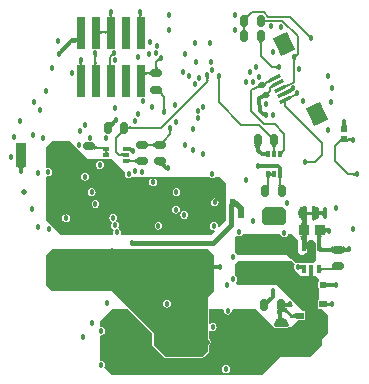
<source format=gbl>
G04*
G04 #@! TF.GenerationSoftware,Altium Limited,Altium Designer,20.2.6 (244)*
G04*
G04 Layer_Physical_Order=6*
G04 Layer_Color=16711680*
%FSLAX25Y25*%
%MOIN*%
G70*
G04*
G04 #@! TF.SameCoordinates,E73447B6-61B4-4EEF-956E-7A2C62B3FEF5*
G04*
G04*
G04 #@! TF.FilePolarity,Positive*
G04*
G01*
G75*
%ADD10C,0.01000*%
G04:AMPARAMS|DCode=31|XSize=39.37mil|YSize=27.56mil|CornerRadius=6.89mil|HoleSize=0mil|Usage=FLASHONLY|Rotation=180.000|XOffset=0mil|YOffset=0mil|HoleType=Round|Shape=RoundedRectangle|*
%AMROUNDEDRECTD31*
21,1,0.03937,0.01378,0,0,180.0*
21,1,0.02559,0.02756,0,0,180.0*
1,1,0.01378,-0.01280,0.00689*
1,1,0.01378,0.01280,0.00689*
1,1,0.01378,0.01280,-0.00689*
1,1,0.01378,-0.01280,-0.00689*
%
%ADD31ROUNDEDRECTD31*%
G04:AMPARAMS|DCode=32|XSize=39.37mil|YSize=27.56mil|CornerRadius=6.89mil|HoleSize=0mil|Usage=FLASHONLY|Rotation=270.000|XOffset=0mil|YOffset=0mil|HoleType=Round|Shape=RoundedRectangle|*
%AMROUNDEDRECTD32*
21,1,0.03937,0.01378,0,0,270.0*
21,1,0.02559,0.02756,0,0,270.0*
1,1,0.01378,-0.00689,-0.01280*
1,1,0.01378,-0.00689,0.01280*
1,1,0.01378,0.00689,0.01280*
1,1,0.01378,0.00689,-0.01280*
%
%ADD32ROUNDEDRECTD32*%
G04:AMPARAMS|DCode=35|XSize=21.65mil|YSize=19.68mil|CornerRadius=2.46mil|HoleSize=0mil|Usage=FLASHONLY|Rotation=0.000|XOffset=0mil|YOffset=0mil|HoleType=Round|Shape=RoundedRectangle|*
%AMROUNDEDRECTD35*
21,1,0.02165,0.01476,0,0,0.0*
21,1,0.01673,0.01968,0,0,0.0*
1,1,0.00492,0.00837,-0.00738*
1,1,0.00492,-0.00837,-0.00738*
1,1,0.00492,-0.00837,0.00738*
1,1,0.00492,0.00837,0.00738*
%
%ADD35ROUNDEDRECTD35*%
G04:AMPARAMS|DCode=39|XSize=21.65mil|YSize=19.68mil|CornerRadius=2.46mil|HoleSize=0mil|Usage=FLASHONLY|Rotation=270.000|XOffset=0mil|YOffset=0mil|HoleType=Round|Shape=RoundedRectangle|*
%AMROUNDEDRECTD39*
21,1,0.02165,0.01476,0,0,270.0*
21,1,0.01673,0.01968,0,0,270.0*
1,1,0.00492,-0.00738,-0.00837*
1,1,0.00492,-0.00738,0.00837*
1,1,0.00492,0.00738,0.00837*
1,1,0.00492,0.00738,-0.00837*
%
%ADD39ROUNDEDRECTD39*%
%ADD42R,0.03347X0.03740*%
G04:AMPARAMS|DCode=43|XSize=10mil|YSize=10mil|CornerRadius=1.25mil|HoleSize=0mil|Usage=FLASHONLY|Rotation=90.000|XOffset=0mil|YOffset=0mil|HoleType=Round|Shape=RoundedRectangle|*
%AMROUNDEDRECTD43*
21,1,0.01000,0.00750,0,0,90.0*
21,1,0.00750,0.01000,0,0,90.0*
1,1,0.00250,0.00375,0.00375*
1,1,0.00250,0.00375,-0.00375*
1,1,0.00250,-0.00375,-0.00375*
1,1,0.00250,-0.00375,0.00375*
%
%ADD43ROUNDEDRECTD43*%
G04:AMPARAMS|DCode=44|XSize=10mil|YSize=10mil|CornerRadius=1.25mil|HoleSize=0mil|Usage=FLASHONLY|Rotation=180.000|XOffset=0mil|YOffset=0mil|HoleType=Round|Shape=RoundedRectangle|*
%AMROUNDEDRECTD44*
21,1,0.01000,0.00750,0,0,180.0*
21,1,0.00750,0.01000,0,0,180.0*
1,1,0.00250,-0.00375,0.00375*
1,1,0.00250,0.00375,0.00375*
1,1,0.00250,0.00375,-0.00375*
1,1,0.00250,-0.00375,-0.00375*
%
%ADD44ROUNDEDRECTD44*%
%ADD50R,0.01378X0.03150*%
%ADD57R,0.14567X0.03858*%
%ADD64C,0.01181*%
%ADD65C,0.01800*%
%ADD105C,0.02362*%
%ADD107C,0.00600*%
%ADD108C,0.01400*%
%ADD109C,0.01200*%
%ADD110C,0.00800*%
%ADD112C,0.01968*%
%ADD113C,0.01800*%
%ADD114R,0.01476X0.01968*%
%ADD115R,0.09567X0.09331*%
%ADD116R,0.02480X0.03268*%
%ADD117R,0.12480X0.12480*%
%ADD118R,0.07992X0.12520*%
G04:AMPARAMS|DCode=119|XSize=21.65mil|YSize=19.68mil|CornerRadius=2.46mil|HoleSize=0mil|Usage=FLASHONLY|Rotation=205.000|XOffset=0mil|YOffset=0mil|HoleType=Round|Shape=RoundedRectangle|*
%AMROUNDEDRECTD119*
21,1,0.02165,0.01476,0,0,205.0*
21,1,0.01673,0.01968,0,0,205.0*
1,1,0.00492,-0.01070,0.00316*
1,1,0.00492,0.00446,0.01023*
1,1,0.00492,0.01070,-0.00316*
1,1,0.00492,-0.00446,-0.01023*
%
%ADD119ROUNDEDRECTD119*%
G04:AMPARAMS|DCode=120|XSize=11.81mil|YSize=39.37mil|CornerRadius=0mil|HoleSize=0mil|Usage=FLASHONLY|Rotation=295.000|XOffset=0mil|YOffset=0mil|HoleType=Round|Shape=Rectangle|*
%AMROTATEDRECTD120*
4,1,4,-0.02034,-0.00297,0.01535,0.01367,0.02034,0.00297,-0.01535,-0.01367,-0.02034,-0.00297,0.0*
%
%ADD120ROTATEDRECTD120*%

G04:AMPARAMS|DCode=121|XSize=64.96mil|YSize=51.18mil|CornerRadius=0mil|HoleSize=0mil|Usage=FLASHONLY|Rotation=295.000|XOffset=0mil|YOffset=0mil|HoleType=Round|Shape=Rectangle|*
%AMROTATEDRECTD121*
4,1,4,-0.03692,0.01862,0.00947,0.04025,0.03692,-0.01862,-0.00947,-0.04025,-0.03692,0.01862,0.0*
%
%ADD121ROTATEDRECTD121*%

%ADD122R,0.02850X0.02201*%
%ADD123R,0.03740X0.07874*%
%ADD124R,0.02913X0.10984*%
%ADD125R,0.01968X0.01476*%
%ADD126C,0.01500*%
G36*
X21938Y59750D02*
X21829Y59637D01*
X21655Y59429D01*
X21590Y59336D01*
X21540Y59248D01*
X21504Y59168D01*
X21484Y59094D01*
X21478Y59026D01*
X21487Y58965D01*
X21511Y58911D01*
X20874Y59949D01*
X20910Y59906D01*
X20954Y59880D01*
X21007Y59871D01*
X21069Y59878D01*
X21139Y59903D01*
X21217Y59944D01*
X21305Y60002D01*
X21400Y60077D01*
X21504Y60169D01*
X21617Y60277D01*
X21938Y59750D01*
D02*
G37*
G36*
X-23899Y60357D02*
X-23670D01*
X-23714Y60310D01*
X-23753Y60257D01*
X-23787Y60199D01*
X-23817Y60136D01*
X-23843Y60069D01*
X-23863Y59996D01*
X-23866Y59980D01*
X-23864Y59966D01*
X-23836Y59860D01*
X-23800Y59771D01*
X-23756Y59698D01*
X-23704Y59641D01*
X-23644Y59601D01*
X-23576Y59576D01*
X-23500Y59568D01*
X-25100D01*
X-25024Y59576D01*
X-24956Y59601D01*
X-24896Y59641D01*
X-24844Y59698D01*
X-24800Y59771D01*
X-24764Y59860D01*
X-24736Y59966D01*
X-24734Y59980D01*
X-24737Y59996D01*
X-24757Y60069D01*
X-24783Y60136D01*
X-24813Y60199D01*
X-24847Y60257D01*
X-24886Y60310D01*
X-24930Y60357D01*
X-24701D01*
X-24700Y60380D01*
X-23900D01*
X-23899Y60357D01*
D02*
G37*
G36*
X-13997Y60257D02*
X-13770D01*
X-13814Y60210D01*
X-13853Y60157D01*
X-13887Y60099D01*
X-13917Y60036D01*
X-13942Y59969D01*
X-13954Y59928D01*
X-13936Y59860D01*
X-13900Y59771D01*
X-13856Y59698D01*
X-13804Y59641D01*
X-13744Y59601D01*
X-13676Y59576D01*
X-13600Y59568D01*
X-14000D01*
X-14000Y59554D01*
X-14800D01*
X-14800Y59568D01*
X-15200D01*
X-15124Y59576D01*
X-15056Y59601D01*
X-14996Y59641D01*
X-14944Y59698D01*
X-14900Y59771D01*
X-14864Y59860D01*
X-14846Y59928D01*
X-14857Y59969D01*
X-14883Y60036D01*
X-14913Y60099D01*
X-14947Y60157D01*
X-14986Y60210D01*
X-15030Y60257D01*
X-14803D01*
X-14800Y60380D01*
X-14000D01*
X-13997Y60257D01*
D02*
G37*
G36*
X27029Y58543D02*
X27048Y58492D01*
X27078Y58447D01*
X27121Y58408D01*
X27176Y58375D01*
X27243Y58348D01*
X27323Y58327D01*
X27415Y58312D01*
X27519Y58303D01*
X27635Y58300D01*
Y57700D01*
X27519Y57697D01*
X27415Y57688D01*
X27323Y57673D01*
X27243Y57652D01*
X27176Y57625D01*
X27121Y57592D01*
X27078Y57553D01*
X27048Y57508D01*
X27029Y57457D01*
X27023Y57400D01*
Y58600D01*
X27029Y58543D01*
D02*
G37*
G36*
X20687Y56036D02*
X20636Y56018D01*
X20591Y55987D01*
X20552Y55944D01*
X20519Y55889D01*
X20492Y55822D01*
X20471Y55742D01*
X20456Y55651D01*
X20447Y55546D01*
X20444Y55430D01*
X19844D01*
X19841Y55546D01*
X19832Y55651D01*
X19817Y55742D01*
X19796Y55822D01*
X19769Y55889D01*
X19736Y55944D01*
X19697Y55987D01*
X19652Y56018D01*
X19601Y56036D01*
X19544Y56042D01*
X20744D01*
X20687Y56036D01*
D02*
G37*
G36*
X20447Y55253D02*
X20456Y55150D01*
X20471Y55058D01*
X20492Y54978D01*
X20519Y54911D01*
X20552Y54856D01*
X20591Y54813D01*
X20636Y54782D01*
X20687Y54764D01*
X20744Y54758D01*
X19544D01*
X19601Y54764D01*
X19652Y54782D01*
X19697Y54813D01*
X19736Y54856D01*
X19769Y54911D01*
X19796Y54978D01*
X19817Y55058D01*
X19832Y55150D01*
X19841Y55253D01*
X19844Y55370D01*
X20444D01*
X20447Y55253D01*
D02*
G37*
G36*
X-25776Y53400D02*
X-25784Y53476D01*
X-25809Y53544D01*
X-25849Y53604D01*
X-25906Y53656D01*
X-25979Y53700D01*
X-26068Y53736D01*
X-26174Y53764D01*
X-26296Y53784D01*
X-26434Y53796D01*
X-26588Y53800D01*
Y54600D01*
X-26434Y54604D01*
X-26296Y54616D01*
X-26174Y54636D01*
X-26068Y54664D01*
X-25979Y54700D01*
X-25906Y54744D01*
X-25849Y54796D01*
X-25809Y54856D01*
X-25784Y54924D01*
X-25776Y55000D01*
Y53400D01*
D02*
G37*
G36*
X-27902Y54924D02*
X-27878Y54856D01*
X-27837Y54796D01*
X-27781Y54744D01*
X-27708Y54700D01*
X-27618Y54664D01*
X-27513Y54636D01*
X-27391Y54616D01*
X-27253Y54604D01*
X-27099Y54600D01*
Y53800D01*
X-27253Y53796D01*
X-27391Y53784D01*
X-27513Y53764D01*
X-27618Y53736D01*
X-27708Y53700D01*
X-27781Y53656D01*
X-27837Y53604D01*
X-27878Y53544D01*
X-27902Y53476D01*
X-27911Y53400D01*
Y55000D01*
X-27902Y54924D01*
D02*
G37*
G36*
X41892Y53337D02*
X41956Y53287D01*
X42024Y53242D01*
X42095Y53204D01*
X42170Y53171D01*
X42248Y53145D01*
X42329Y53124D01*
X42413Y53110D01*
X42500Y53102D01*
X42591Y53100D01*
X41700Y52209D01*
X41698Y52300D01*
X41690Y52387D01*
X41675Y52472D01*
X41655Y52552D01*
X41629Y52630D01*
X41596Y52705D01*
X41558Y52776D01*
X41513Y52844D01*
X41463Y52908D01*
X41406Y52970D01*
X41830Y53394D01*
X41892Y53337D01*
D02*
G37*
G36*
X26199Y50836D02*
X26148Y50818D01*
X26103Y50787D01*
X26064Y50744D01*
X26031Y50689D01*
X26004Y50622D01*
X25983Y50542D01*
X25968Y50451D01*
X25959Y50346D01*
X25956Y50230D01*
X25356D01*
X25353Y50346D01*
X25344Y50451D01*
X25329Y50542D01*
X25308Y50622D01*
X25281Y50689D01*
X25248Y50744D01*
X25209Y50787D01*
X25164Y50818D01*
X25113Y50836D01*
X25056Y50842D01*
X26256D01*
X26199Y50836D01*
D02*
G37*
G36*
X-35776Y50172D02*
X-35789Y50284D01*
X-35828Y50385D01*
X-35893Y50473D01*
X-35985Y50550D01*
X-36102Y50616D01*
X-36246Y50669D01*
X-36415Y50710D01*
X-36611Y50740D01*
X-36832Y50757D01*
X-37080Y50763D01*
Y52163D01*
X-36832Y52169D01*
X-36611Y52187D01*
X-36415Y52217D01*
X-36246Y52258D01*
X-36102Y52311D01*
X-35985Y52377D01*
X-35893Y52454D01*
X-35828Y52542D01*
X-35789Y52643D01*
X-35776Y52755D01*
Y50172D01*
D02*
G37*
G36*
X-23185Y46304D02*
X-23274Y46309D01*
X-23360Y46307D01*
X-23443Y46299D01*
X-23523Y46283D01*
X-23600Y46260D01*
X-23674Y46231D01*
X-23745Y46194D01*
X-23813Y46151D01*
X-23878Y46101D01*
X-23940Y46044D01*
X-24326Y46506D01*
X-24270Y46567D01*
X-24219Y46630D01*
X-24173Y46698D01*
X-24133Y46769D01*
X-24097Y46843D01*
X-24067Y46921D01*
X-24042Y47002D01*
X-24022Y47087D01*
X-24007Y47175D01*
X-23998Y47267D01*
X-23185Y46304D01*
D02*
G37*
G36*
X38094Y46670D02*
X38037Y46608D01*
X37987Y46544D01*
X37942Y46476D01*
X37904Y46405D01*
X37871Y46330D01*
X37845Y46253D01*
X37824Y46172D01*
X37810Y46087D01*
X37802Y46000D01*
X37800Y45909D01*
X36909Y46800D01*
X37000Y46802D01*
X37087Y46810D01*
X37172Y46824D01*
X37253Y46845D01*
X37330Y46871D01*
X37405Y46904D01*
X37476Y46942D01*
X37544Y46987D01*
X37608Y47037D01*
X37670Y47094D01*
X38094Y46670D01*
D02*
G37*
G36*
X-28814Y46510D02*
X-28853Y46457D01*
X-28887Y46399D01*
X-28917Y46336D01*
X-28942Y46269D01*
X-28963Y46196D01*
X-28979Y46118D01*
X-28991Y46035D01*
X-28998Y45947D01*
X-29000Y45854D01*
X-29800D01*
X-29802Y45947D01*
X-29809Y46035D01*
X-29821Y46118D01*
X-29837Y46196D01*
X-29858Y46269D01*
X-29883Y46336D01*
X-29913Y46399D01*
X-29947Y46457D01*
X-29986Y46510D01*
X-30030Y46557D01*
X-28770D01*
X-28814Y46510D01*
D02*
G37*
G36*
X-7691Y44748D02*
X-7751Y44764D01*
X-7811Y44771D01*
X-7872Y44769D01*
X-7935Y44758D01*
X-7998Y44738D01*
X-8062Y44709D01*
X-8128Y44671D01*
X-8194Y44624D01*
X-8262Y44569D01*
X-8330Y44504D01*
X-8679Y45286D01*
X-8613Y45354D01*
X-8447Y45546D01*
X-8402Y45605D01*
X-8328Y45719D01*
X-8299Y45773D01*
X-8275Y45825D01*
X-8257Y45874D01*
X-7691Y44748D01*
D02*
G37*
G36*
X37467Y45192D02*
X37411Y45124D01*
X37362Y45054D01*
X37319Y44983D01*
X37282Y44909D01*
X37253Y44833D01*
X37230Y44756D01*
X37213Y44676D01*
X37203Y44595D01*
X37200Y44512D01*
X36600D01*
X36597Y44595D01*
X36587Y44676D01*
X36570Y44756D01*
X36547Y44833D01*
X36518Y44909D01*
X36481Y44983D01*
X36438Y45054D01*
X36389Y45124D01*
X36333Y45192D01*
X36270Y45257D01*
X37530D01*
X37467Y45192D01*
D02*
G37*
G36*
X-33702Y44428D02*
X-33748Y44382D01*
X-33789Y44331D01*
X-33825Y44275D01*
X-33856Y44213D01*
X-33883Y44147D01*
X-33905Y44075D01*
X-33919Y44011D01*
X-33907Y43942D01*
X-33879Y43837D01*
X-33843Y43748D01*
X-33799Y43674D01*
X-33747Y43618D01*
X-33687Y43577D01*
X-33619Y43553D01*
X-33543Y43545D01*
X-35143D01*
X-35067Y43553D01*
X-34999Y43577D01*
X-34939Y43618D01*
X-34887Y43674D01*
X-34843Y43748D01*
X-34807Y43837D01*
X-34779Y43942D01*
X-34763Y44042D01*
X-34778Y44120D01*
X-34798Y44193D01*
X-34821Y44262D01*
X-34850Y44326D01*
X-34882Y44385D01*
X-34919Y44439D01*
X-34960Y44488D01*
X-33702Y44428D01*
D02*
G37*
G36*
X-24297Y44040D02*
X-24288Y43936D01*
X-24273Y43844D01*
X-24252Y43765D01*
X-24225Y43698D01*
X-24192Y43643D01*
X-24153Y43600D01*
X-24108Y43569D01*
X-24057Y43551D01*
X-24000Y43545D01*
X-25200D01*
X-25143Y43551D01*
X-25092Y43569D01*
X-25047Y43600D01*
X-25008Y43643D01*
X-24975Y43698D01*
X-24948Y43765D01*
X-24927Y43844D01*
X-24912Y43936D01*
X-24903Y44040D01*
X-24900Y44157D01*
X-24300D01*
X-24297Y44040D01*
D02*
G37*
G36*
X-28996Y44202D02*
X-28984Y44064D01*
X-28964Y43942D01*
X-28936Y43837D01*
X-28900Y43747D01*
X-28856Y43674D01*
X-28804Y43617D01*
X-28744Y43577D01*
X-28676Y43553D01*
X-28600Y43545D01*
X-30200D01*
X-30124Y43553D01*
X-30056Y43577D01*
X-29996Y43617D01*
X-29944Y43674D01*
X-29900Y43747D01*
X-29864Y43837D01*
X-29836Y43942D01*
X-29816Y44064D01*
X-29804Y44202D01*
X-29800Y44357D01*
X-29000D01*
X-28996Y44202D01*
D02*
G37*
G36*
X31057Y41970D02*
X30992Y42033D01*
X30924Y42089D01*
X30854Y42138D01*
X30783Y42181D01*
X30709Y42217D01*
X30634Y42247D01*
X30556Y42270D01*
X30476Y42287D01*
X30395Y42297D01*
X30312Y42300D01*
Y42900D01*
X30395Y42903D01*
X30476Y42913D01*
X30556Y42930D01*
X30634Y42953D01*
X30709Y42983D01*
X30783Y43019D01*
X30854Y43062D01*
X30924Y43111D01*
X30992Y43167D01*
X31057Y43230D01*
Y41970D01*
D02*
G37*
G36*
X-8661Y42564D02*
X-8649Y42426D01*
X-8629Y42304D01*
X-8601Y42198D01*
X-8565Y42109D01*
X-8521Y42036D01*
X-8469Y41979D01*
X-8409Y41938D01*
X-8341Y41914D01*
X-8265Y41906D01*
X-9865D01*
X-9789Y41914D01*
X-9721Y41938D01*
X-9661Y41979D01*
X-9609Y42036D01*
X-9565Y42109D01*
X-9529Y42198D01*
X-9501Y42304D01*
X-9481Y42426D01*
X-9469Y42564D01*
X-9465Y42718D01*
X-8665D01*
X-8661Y42564D01*
D02*
G37*
G36*
X-11001Y39741D02*
X-11010Y39816D01*
X-11035Y39884D01*
X-11076Y39944D01*
X-11135Y39995D01*
X-11210Y40039D01*
X-11302Y40075D01*
X-11410Y40103D01*
X-11535Y40123D01*
X-11677Y40135D01*
X-11835Y40139D01*
Y40939D01*
X-11677Y40943D01*
X-11535Y40955D01*
X-11410Y40974D01*
X-11302Y41002D01*
X-11210Y41038D01*
X-11135Y41082D01*
X-11076Y41133D01*
X-11035Y41193D01*
X-11010Y41261D01*
X-11001Y41336D01*
Y39741D01*
D02*
G37*
G36*
X-12902Y41263D02*
X-12878Y41195D01*
X-12838Y41135D01*
X-12781Y41083D01*
X-12708Y41039D01*
X-12618Y41003D01*
X-12513Y40975D01*
X-12391Y40955D01*
X-12253Y40943D01*
X-12099Y40939D01*
Y40139D01*
X-12253Y40135D01*
X-12391Y40123D01*
X-12513Y40103D01*
X-12618Y40075D01*
X-12708Y40039D01*
X-12781Y39995D01*
X-12838Y39943D01*
X-12878Y39883D01*
X-12902Y39815D01*
X-12911Y39739D01*
Y41339D01*
X-12902Y41263D01*
D02*
G37*
G36*
X8486Y39210D02*
X8447Y39157D01*
X8413Y39099D01*
X8383Y39037D01*
X8358Y38969D01*
X8337Y38896D01*
X8321Y38818D01*
X8309Y38735D01*
X8302Y38647D01*
X8300Y38554D01*
X7500D01*
X7498Y38647D01*
X7491Y38735D01*
X7479Y38818D01*
X7463Y38896D01*
X7442Y38969D01*
X7417Y39037D01*
X7387Y39099D01*
X7353Y39157D01*
X7314Y39210D01*
X7270Y39257D01*
X8530D01*
X8486Y39210D01*
D02*
G37*
G36*
X12267Y38992D02*
X12211Y38924D01*
X12162Y38854D01*
X12119Y38783D01*
X12083Y38709D01*
X12053Y38633D01*
X12030Y38556D01*
X12013Y38476D01*
X12003Y38395D01*
X12000Y38311D01*
X11400D01*
X11397Y38395D01*
X11387Y38476D01*
X11370Y38556D01*
X11347Y38633D01*
X11317Y38709D01*
X11281Y38783D01*
X11238Y38854D01*
X11189Y38924D01*
X11133Y38992D01*
X11070Y39057D01*
X12330D01*
X12267Y38992D01*
D02*
G37*
G36*
X27891Y37132D02*
X27751Y37058D01*
X27630Y36984D01*
X27527Y36911D01*
X27442Y36838D01*
X27375Y36766D01*
X27327Y36693D01*
X27297Y36621D01*
X27286Y36549D01*
X27293Y36478D01*
X27318Y36406D01*
X26626Y37839D01*
X26667Y37775D01*
X26719Y37726D01*
X26782Y37691D01*
X26857Y37671D01*
X26944Y37665D01*
X27042Y37674D01*
X27153Y37698D01*
X27274Y37736D01*
X27408Y37789D01*
X27553Y37857D01*
X27891Y37132D01*
D02*
G37*
G36*
X29035Y37552D02*
X29017Y37571D01*
X28986Y37581D01*
X28942Y37581D01*
X28885Y37571D01*
X28814Y37553D01*
X28730Y37524D01*
X28523Y37439D01*
X28263Y37316D01*
X27925Y38041D01*
X28060Y38111D01*
X28282Y38241D01*
X28368Y38301D01*
X28438Y38359D01*
X28493Y38413D01*
X28530Y38465D01*
X28552Y38513D01*
X28557Y38558D01*
X28546Y38601D01*
X29035Y37552D01*
D02*
G37*
G36*
X34656Y36177D02*
X34553Y36124D01*
X34464Y36071D01*
X34387Y36017D01*
X34325Y35964D01*
X34276Y35910D01*
X34240Y35856D01*
X34218Y35802D01*
X34209Y35748D01*
X34214Y35693D01*
X34232Y35639D01*
X33757Y36686D01*
X33782Y36646D01*
X33816Y36615D01*
X33859Y36594D01*
X33911Y36583D01*
X33971Y36582D01*
X34040Y36590D01*
X34117Y36608D01*
X34204Y36636D01*
X34299Y36674D01*
X34402Y36721D01*
X34656Y36177D01*
D02*
G37*
G36*
X29867Y35768D02*
X29849Y35789D01*
X29817Y35800D01*
X29772Y35802D01*
X29714Y35794D01*
X29643Y35776D01*
X29558Y35749D01*
X29350Y35666D01*
X29089Y35545D01*
X28751Y36270D01*
X28886Y36339D01*
X29109Y36467D01*
X29196Y36526D01*
X29267Y36582D01*
X29321Y36636D01*
X29360Y36685D01*
X29382Y36732D01*
X29388Y36776D01*
X29378Y36817D01*
X29867Y35768D01*
D02*
G37*
G36*
X25412Y35487D02*
X25372Y35551D01*
X25321Y35601D01*
X25258Y35638D01*
X25183Y35659D01*
X25097Y35667D01*
X24998Y35660D01*
X24888Y35639D01*
X24766Y35603D01*
X24632Y35554D01*
X24486Y35490D01*
X24148Y36215D01*
X24290Y36286D01*
X24414Y36357D01*
X24519Y36428D01*
X24606Y36499D01*
X24674Y36570D01*
X24724Y36642D01*
X24755Y36713D01*
X24768Y36785D01*
X24762Y36856D01*
X24738Y36928D01*
X25412Y35487D01*
D02*
G37*
G36*
X28983Y34335D02*
X28971Y34322D01*
X28829Y34171D01*
X28642Y33959D01*
X28605Y33907D01*
X28578Y33863D01*
X28562Y33826D01*
X28556Y33797D01*
X28560Y33775D01*
X28523Y33844D01*
X28125Y33420D01*
X27502Y34043D01*
X27522Y34052D01*
X27558Y34077D01*
X27609Y34120D01*
X27971Y34459D01*
X28110Y34596D01*
X28061Y34686D01*
X28073Y34671D01*
X28091Y34665D01*
X28114Y34666D01*
X28142Y34676D01*
X28175Y34694D01*
X28213Y34719D01*
X28256Y34752D01*
X28359Y34843D01*
X28417Y34900D01*
X28983Y34335D01*
D02*
G37*
G36*
X-7159Y34261D02*
X-7185Y34216D01*
X-7194Y34163D01*
X-7187Y34102D01*
X-7163Y34032D01*
X-7121Y33953D01*
X-7063Y33866D01*
X-6988Y33771D01*
X-6897Y33666D01*
X-6788Y33554D01*
X-7315Y33233D01*
X-7429Y33342D01*
X-7636Y33516D01*
X-7730Y33581D01*
X-7817Y33631D01*
X-7898Y33667D01*
X-7972Y33687D01*
X-8039Y33693D01*
X-8100Y33683D01*
X-8155Y33660D01*
X-7116Y34297D01*
X-7159Y34261D01*
D02*
G37*
G36*
X36317Y32615D02*
X36214Y32562D01*
X36125Y32508D01*
X36049Y32455D01*
X35986Y32401D01*
X35937Y32347D01*
X35901Y32293D01*
X35879Y32239D01*
X35871Y32184D01*
X35875Y32130D01*
X35893Y32076D01*
X35420Y33118D01*
X35445Y33079D01*
X35479Y33049D01*
X35522Y33029D01*
X35573Y33018D01*
X35633Y33018D01*
X35701Y33026D01*
X35779Y33045D01*
X35865Y33073D01*
X35960Y33112D01*
X36063Y33159D01*
X36317Y32615D01*
D02*
G37*
G36*
X37579Y32905D02*
X37488Y32923D01*
X37398Y32934D01*
X37311Y32940D01*
X37225Y32941D01*
X37141Y32936D01*
X37059Y32925D01*
X36978Y32909D01*
X36900Y32887D01*
X36823Y32859D01*
X36748Y32826D01*
X36413Y33330D01*
X36488Y33370D01*
X36556Y33416D01*
X36619Y33466D01*
X36676Y33522D01*
X36726Y33582D01*
X36771Y33647D01*
X36809Y33718D01*
X36842Y33793D01*
X36868Y33874D01*
X36889Y33959D01*
X37579Y32905D01*
D02*
G37*
G36*
X26993Y32182D02*
X26938Y32218D01*
X26867Y32240D01*
X26780Y32246D01*
X26677Y32239D01*
X26559Y32217D01*
X26424Y32180D01*
X26273Y32129D01*
X25923Y31984D01*
X25724Y31889D01*
X25217Y32977D01*
X25410Y33075D01*
X25734Y33265D01*
X25865Y33356D01*
X25975Y33444D01*
X26065Y33529D01*
X26134Y33612D01*
X26183Y33693D01*
X26210Y33770D01*
X26218Y33845D01*
X26993Y32182D01*
D02*
G37*
G36*
X34420Y31382D02*
X34370Y31341D01*
X34326Y31289D01*
X34288Y31228D01*
X34255Y31158D01*
X34229Y31078D01*
X34208Y30989D01*
X34193Y30890D01*
X34185Y30782D01*
X34182Y30664D01*
X33582Y30384D01*
X33579Y30499D01*
X33569Y30599D01*
X33554Y30684D01*
X33533Y30754D01*
X33505Y30808D01*
X33472Y30848D01*
X33432Y30872D01*
X33386Y30882D01*
X33334Y30876D01*
X33277Y30855D01*
X34477Y31414D01*
X34420Y31382D01*
D02*
G37*
G36*
X-6097Y28805D02*
X-6087Y28724D01*
X-6070Y28644D01*
X-6047Y28567D01*
X-6018Y28491D01*
X-5981Y28417D01*
X-5938Y28346D01*
X-5889Y28276D01*
X-5833Y28208D01*
X-5770Y28143D01*
X-7030D01*
X-6967Y28208D01*
X-6911Y28276D01*
X-6862Y28346D01*
X-6819Y28417D01*
X-6782Y28491D01*
X-6753Y28567D01*
X-6730Y28644D01*
X-6713Y28724D01*
X-6703Y28805D01*
X-6700Y28888D01*
X-6100D01*
X-6097Y28805D01*
D02*
G37*
G36*
X-23207Y24598D02*
X-22609Y24000D01*
X-22621Y23996D01*
X-22639Y23985D01*
X-22665Y23966D01*
X-22736Y23905D01*
X-22959Y23692D01*
X-23028Y23623D01*
X-23234Y23410D01*
X-23565Y23011D01*
X-23691Y22827D01*
X-23790Y22652D01*
X-23863Y22488D01*
X-23909Y22332D01*
X-23929Y22187D01*
X-23922Y22052D01*
X-23889Y21926D01*
X-24827Y24358D01*
X-24770Y24256D01*
X-24691Y24193D01*
X-24591Y24167D01*
X-24470Y24180D01*
X-24327Y24231D01*
X-24163Y24320D01*
X-23977Y24447D01*
X-23770Y24612D01*
X-23674Y24697D01*
X-23500Y24891D01*
X-23482Y24873D01*
X-23291Y25057D01*
X-23207Y24598D01*
D02*
G37*
G36*
X54130Y24003D02*
X54163Y23637D01*
X54192Y23482D01*
X54229Y23345D01*
X54275Y23227D01*
X54329Y23127D01*
X54392Y23046D01*
X54462Y22984D01*
X54541Y22940D01*
X52510D01*
X52589Y22984D01*
X52659Y23046D01*
X52722Y23127D01*
X52776Y23227D01*
X52822Y23345D01*
X52859Y23482D01*
X52888Y23637D01*
X52909Y23811D01*
X52921Y24003D01*
X52925Y24214D01*
X54125D01*
X54130Y24003D01*
D02*
G37*
G36*
X-18369Y23124D02*
X-18344Y23056D01*
X-18304Y22996D01*
X-18247Y22944D01*
X-18174Y22900D01*
X-18085Y22864D01*
X-17979Y22836D01*
X-17857Y22816D01*
X-17719Y22804D01*
X-17565Y22800D01*
Y22000D01*
X-17719Y21996D01*
X-17857Y21984D01*
X-17979Y21964D01*
X-18085Y21936D01*
X-18174Y21900D01*
X-18247Y21856D01*
X-18304Y21804D01*
X-18344Y21744D01*
X-18369Y21676D01*
X-18377Y21600D01*
Y23200D01*
X-18369Y23124D01*
D02*
G37*
G36*
X-3914Y21610D02*
X-3953Y21557D01*
X-3987Y21499D01*
X-4017Y21437D01*
X-4042Y21369D01*
X-4063Y21296D01*
X-4079Y21218D01*
X-4091Y21135D01*
X-4098Y21047D01*
X-4100Y20954D01*
X-4900D01*
X-4902Y21047D01*
X-4909Y21135D01*
X-4921Y21218D01*
X-4937Y21296D01*
X-4958Y21369D01*
X-4983Y21437D01*
X-5013Y21499D01*
X-5047Y21557D01*
X-5086Y21610D01*
X-5130Y21657D01*
X-3870D01*
X-3914Y21610D01*
D02*
G37*
G36*
X-20148Y20442D02*
X-20202Y20494D01*
X-20268Y20522D01*
X-20346Y20527D01*
X-20436Y20509D01*
X-20539Y20467D01*
X-20653Y20403D01*
X-20780Y20314D01*
X-20919Y20203D01*
X-21233Y19911D01*
X-21689Y20587D01*
X-21536Y20745D01*
X-21294Y21031D01*
X-21205Y21159D01*
X-21137Y21277D01*
X-21089Y21385D01*
X-21063Y21484D01*
X-21058Y21572D01*
X-21074Y21650D01*
X-21111Y21718D01*
X-20148Y20442D01*
D02*
G37*
G36*
X28562Y20208D02*
X28750Y20054D01*
X28829Y20004D01*
X28899Y19972D01*
X28960Y19958D01*
X29011Y19962D01*
X29052Y19984D01*
X29084Y20023D01*
X29106Y20081D01*
X28755Y18751D01*
X28766Y18818D01*
X28765Y18889D01*
X28752Y18964D01*
X28726Y19043D01*
X28689Y19126D01*
X28639Y19213D01*
X28577Y19304D01*
X28503Y19398D01*
X28417Y19497D01*
X28319Y19599D01*
X28454Y20312D01*
X28562Y20208D01*
D02*
G37*
G36*
X54609Y19124D02*
X54631Y19056D01*
X54671Y18996D01*
X54726Y18944D01*
X54799Y18900D01*
X54889Y18864D01*
X54995Y18836D01*
X55119Y18816D01*
X55216Y18808D01*
X55235Y18809D01*
X55318Y18821D01*
X55396Y18837D01*
X55469Y18857D01*
X55537Y18883D01*
X55599Y18913D01*
X55657Y18947D01*
X55710Y18986D01*
X55757Y19030D01*
Y17770D01*
X55710Y17814D01*
X55657Y17853D01*
X55599Y17887D01*
X55537Y17917D01*
X55469Y17943D01*
X55396Y17963D01*
X55318Y17979D01*
X55235Y17991D01*
X55211Y17993D01*
X55107Y17984D01*
X54978Y17964D01*
X54866Y17937D01*
X54770Y17901D01*
X54692Y17858D01*
X54630Y17806D01*
X54585Y17747D01*
X54557Y17680D01*
X54546Y17605D01*
X54603Y19200D01*
X54609Y19124D01*
D02*
G37*
G36*
X52689Y17488D02*
X52613Y17513D01*
X52535Y17527D01*
X52456Y17528D01*
X52376Y17518D01*
X52295Y17495D01*
X52212Y17461D01*
X52129Y17415D01*
X52044Y17357D01*
X51957Y17286D01*
X51870Y17204D01*
X51587Y18053D01*
X51748Y18217D01*
X52223Y18768D01*
X52300Y18879D01*
X52359Y18980D01*
X52402Y19070D01*
X52427Y19149D01*
X52436Y19218D01*
X52689Y17488D01*
D02*
G37*
G36*
X-9936Y15858D02*
X-9944Y15934D01*
X-9969Y16001D01*
X-10011Y16061D01*
X-10069Y16113D01*
X-10144Y16157D01*
X-10236Y16192D01*
X-10345Y16220D01*
X-10470Y16240D01*
X-10611Y16252D01*
X-10770Y16256D01*
Y17056D01*
X-10611Y17060D01*
X-10470Y17072D01*
X-10345Y17092D01*
X-10236Y17120D01*
X-10144Y17155D01*
X-10069Y17199D01*
X-10011Y17251D01*
X-9969Y17310D01*
X-9944Y17378D01*
X-9936Y17454D01*
Y15858D01*
D02*
G37*
G36*
X-12056Y17378D02*
X-12031Y17310D01*
X-11989Y17251D01*
X-11931Y17199D01*
X-11856Y17155D01*
X-11764Y17120D01*
X-11655Y17092D01*
X-11530Y17072D01*
X-11389Y17060D01*
X-11230Y17056D01*
Y16256D01*
X-11389Y16252D01*
X-11530Y16240D01*
X-11655Y16220D01*
X-11764Y16192D01*
X-11856Y16157D01*
X-11931Y16113D01*
X-11989Y16061D01*
X-12031Y16001D01*
X-12056Y15934D01*
X-12064Y15858D01*
X-12064Y17454D01*
X-12056Y17378D01*
D02*
G37*
G36*
X30852Y16277D02*
X30784Y16252D01*
X30725Y16210D01*
X30673Y16152D01*
X30629Y16077D01*
X30593Y15985D01*
X30566Y15876D01*
X30546Y15751D01*
X30534Y15609D01*
X30530Y15450D01*
X29730D01*
X29726Y15609D01*
X29714Y15750D01*
X29694Y15875D01*
X29666Y15983D01*
X29631Y16075D01*
X29587Y16150D01*
X29535Y16208D01*
X29475Y16250D01*
X29408Y16274D01*
X29332Y16283D01*
X30928Y16286D01*
X30852Y16277D01*
D02*
G37*
G36*
X25678Y16369D02*
X25580Y16273D01*
X25493Y16164D01*
X25418Y16043D01*
X25354Y15909D01*
X25303Y15763D01*
X25262Y15604D01*
X25233Y15432D01*
X25216Y15247D01*
X25210Y15050D01*
X24010D01*
X24004Y15247D01*
X23987Y15432D01*
X23958Y15604D01*
X23918Y15763D01*
X23866Y15909D01*
X23802Y16043D01*
X23728Y16164D01*
X23641Y16273D01*
X23543Y16369D01*
X23433Y16453D01*
X25787D01*
X25678Y16369D01*
D02*
G37*
G36*
X-29543Y16431D02*
X-29526Y16363D01*
X-29490Y16303D01*
X-29436Y16251D01*
X-29364Y16207D01*
X-29274Y16171D01*
X-29165Y16143D01*
X-29039Y16123D01*
X-28894Y16111D01*
X-28730Y16107D01*
X-28762Y15307D01*
X-28907Y15303D01*
X-29165Y15277D01*
X-29278Y15254D01*
X-29380Y15225D01*
X-29472Y15189D01*
X-29553Y15146D01*
X-29624Y15097D01*
X-29683Y15041D01*
X-29732Y14979D01*
X-29542Y16507D01*
X-29543Y16431D01*
D02*
G37*
G36*
X-26819Y16095D02*
X-26807Y14907D01*
X-26816Y14983D01*
X-26840Y15051D01*
X-26882Y15111D01*
X-26939Y15163D01*
X-27012Y15207D01*
X-27101Y15243D01*
X-27206Y15271D01*
X-27328Y15291D01*
X-27465Y15303D01*
X-27619Y15307D01*
Y16107D01*
X-26819Y16095D01*
D02*
G37*
G36*
X30533Y15197D02*
X30559Y14941D01*
X30582Y14837D01*
X30612Y14749D01*
X30647Y14677D01*
X30690Y14621D01*
X30739Y14581D01*
X30794Y14557D01*
X30856Y14549D01*
X29404D01*
X29466Y14557D01*
X29521Y14581D01*
X29570Y14621D01*
X29612Y14677D01*
X29648Y14749D01*
X29678Y14837D01*
X29700Y14941D01*
X29717Y15061D01*
X29727Y15197D01*
X29730Y15349D01*
X30530D01*
X30533Y15197D01*
D02*
G37*
G36*
X33390Y14303D02*
X33242Y14149D01*
X33005Y13868D01*
X32917Y13741D01*
X32849Y13624D01*
X32801Y13515D01*
X32774Y13416D01*
X32767Y13325D01*
X32779Y13244D01*
X32813Y13172D01*
X31939Y14537D01*
X31989Y14482D01*
X32054Y14452D01*
X32132Y14447D01*
X32224Y14468D01*
X32330Y14513D01*
X32450Y14583D01*
X32584Y14679D01*
X32732Y14799D01*
X33071Y15115D01*
X33390Y14303D01*
D02*
G37*
G36*
X-25545Y14654D02*
X-25247D01*
X-25304Y14648D01*
X-25354Y14630D01*
X-25400Y14599D01*
X-25438Y14556D01*
X-25471Y14501D01*
X-25499Y14434D01*
X-25512Y14384D01*
X-25499Y14334D01*
X-25471Y14267D01*
X-25438Y14212D01*
X-25400Y14169D01*
X-25354Y14139D01*
X-25304Y14120D01*
X-25247Y14114D01*
X-25545D01*
X-25547Y14042D01*
X-26147D01*
X-26148Y14114D01*
X-26447D01*
X-26390Y14120D01*
X-26338Y14139D01*
X-26294Y14169D01*
X-26254Y14212D01*
X-26221Y14267D01*
X-26195Y14334D01*
X-26181Y14384D01*
X-26195Y14434D01*
X-26221Y14501D01*
X-26254Y14556D01*
X-26294Y14599D01*
X-26338Y14630D01*
X-26390Y14648D01*
X-26447Y14654D01*
X-26148D01*
X-26147Y14726D01*
X-25547D01*
X-25545Y14654D01*
D02*
G37*
G36*
X25598Y14907D02*
X25609Y14885D01*
X25627Y14856D01*
X25653Y14821D01*
X25727Y14732D01*
X25897Y14552D01*
X25969Y14479D01*
X25021Y13731D01*
X24631Y14113D01*
X25596Y14923D01*
X25598Y14907D01*
D02*
G37*
G36*
X-20126Y12674D02*
X-20134Y12736D01*
X-20158Y12791D01*
X-20198Y12840D01*
X-20254Y12883D01*
X-20326Y12918D01*
X-20414Y12948D01*
X-20518Y12971D01*
X-20638Y12987D01*
X-20774Y12997D01*
X-20926Y13000D01*
Y13800D01*
X-20774Y13803D01*
X-20518Y13829D01*
X-20414Y13852D01*
X-20326Y13882D01*
X-20254Y13917D01*
X-20198Y13960D01*
X-20158Y14009D01*
X-20134Y14064D01*
X-20126Y14126D01*
Y12674D01*
D02*
G37*
G36*
X27435Y12605D02*
X27423Y12676D01*
X27387Y12739D01*
X27327Y12795D01*
X27243Y12843D01*
X27135Y12884D01*
X27003Y12918D01*
X26847Y12944D01*
X26667Y12962D01*
X26235Y12977D01*
Y14177D01*
X26463Y14181D01*
X26847Y14211D01*
X27003Y14237D01*
X27135Y14270D01*
X27243Y14311D01*
X27327Y14359D01*
X27387Y14415D01*
X27423Y14479D01*
X27435Y14549D01*
Y12605D01*
D02*
G37*
G36*
X-18173Y12012D02*
X-18149Y11944D01*
X-18109Y11884D01*
X-18053Y11832D01*
X-17981Y11788D01*
X-17893Y11752D01*
X-17789Y11724D01*
X-17669Y11704D01*
X-17533Y11692D01*
X-17381Y11688D01*
Y10888D01*
X-17533Y10886D01*
X-17893Y10859D01*
X-17981Y10842D01*
X-18053Y10822D01*
X-18109Y10798D01*
X-18149Y10771D01*
X-18173Y10740D01*
X-18181Y10705D01*
Y12088D01*
X-18173Y12012D01*
D02*
G37*
G36*
X-15958Y10488D02*
X-15964Y10564D01*
X-15986Y10632D01*
X-16025Y10692D01*
X-16082Y10744D01*
X-16154Y10788D01*
X-16244Y10824D01*
X-16350Y10852D01*
X-16473Y10872D01*
X-16613Y10884D01*
X-16770Y10888D01*
Y11688D01*
X-16608Y11692D01*
X-16463Y11704D01*
X-16335Y11724D01*
X-16224Y11751D01*
X-16129Y11787D01*
X-16051Y11831D01*
X-15990Y11883D01*
X-15946Y11942D01*
X-15918Y12010D01*
X-15907Y12086D01*
X-15958Y10488D01*
D02*
G37*
G36*
X41068Y11475D02*
X41133Y11418D01*
X41200Y11367D01*
X41270Y11322D01*
X41342Y11285D01*
X41416Y11254D01*
X41493Y11231D01*
X41572Y11214D01*
X41654Y11203D01*
X41738Y11200D01*
X41712Y10600D01*
X41629Y10597D01*
X41547Y10587D01*
X41467Y10571D01*
X41389Y10549D01*
X41313Y10520D01*
X41238Y10485D01*
X41164Y10444D01*
X41092Y10396D01*
X41022Y10342D01*
X40953Y10281D01*
X41005Y11540D01*
X41068Y11475D01*
D02*
G37*
G36*
X25454Y10324D02*
X25475Y10319D01*
X25506Y10315D01*
X25599Y10307D01*
X25908Y10300D01*
X26011Y10300D01*
Y9100D01*
X25443Y9070D01*
Y10330D01*
X25454Y10324D01*
D02*
G37*
G36*
X-6136Y10782D02*
X-6193Y10699D01*
X-6213Y10596D01*
X-6197Y10473D01*
X-6145Y10330D01*
X-6057Y10168D01*
X-5932Y9985D01*
X-5770Y9782D01*
X-5729Y9736D01*
X-5720Y9728D01*
X-5678Y9699D01*
X-5642Y9678D01*
X-5613Y9666D01*
X-5589Y9662D01*
X-5571Y9667D01*
X-5594Y9584D01*
X-5573Y9560D01*
X-5338Y9318D01*
X-5698Y9209D01*
X-5898Y8485D01*
X-6572Y8945D01*
X-6621Y8930D01*
X-6838Y9138D01*
X-7238Y9473D01*
X-7422Y9599D01*
X-7594Y9698D01*
X-7756Y9769D01*
X-7906Y9812D01*
X-8046Y9828D01*
X-8174Y9816D01*
X-8291Y9777D01*
X-6042Y10845D01*
X-6136Y10782D01*
D02*
G37*
G36*
X-53126Y9278D02*
X-53228Y9242D01*
X-53318Y9181D01*
X-53396Y9096D01*
X-53462Y8987D01*
X-53516Y8854D01*
X-53558Y8696D01*
X-53588Y8515D01*
X-53585Y8463D01*
X-53579Y8451D01*
X-53594Y8451D01*
X-53606Y8309D01*
X-53612Y8078D01*
X-54812D01*
X-54818Y8309D01*
X-54829Y8434D01*
X-54839Y8434D01*
X-54834Y8444D01*
X-54831Y8456D01*
X-54836Y8514D01*
X-54866Y8696D01*
X-54908Y8854D01*
X-54962Y8987D01*
X-55028Y9096D01*
X-55106Y9181D01*
X-55196Y9242D01*
X-55298Y9278D01*
X-55412Y9290D01*
X-53012D01*
X-53126Y9278D01*
D02*
G37*
G36*
X32700Y8828D02*
X32760Y7965D01*
X32779Y7904D01*
X32801Y7869D01*
X32825Y7857D01*
X31372D01*
X31396Y7869D01*
X31418Y7904D01*
X31437Y7965D01*
X31453Y8049D01*
X31467Y8157D01*
X31487Y8444D01*
X31498Y9057D01*
X32698D01*
X32700Y8828D01*
D02*
G37*
G36*
X29416Y7298D02*
X29533Y7288D01*
X29688Y7284D01*
Y6484D01*
X29533Y6480D01*
X29416Y6470D01*
Y6084D01*
X29408Y6160D01*
X29383Y6228D01*
X29343Y6288D01*
X29286Y6340D01*
X29213Y6384D01*
X29146Y6411D01*
X29079Y6384D01*
X29006Y6340D01*
X28949Y6288D01*
X28908Y6228D01*
X28884Y6160D01*
X28876Y6084D01*
Y6470D01*
X28758Y6480D01*
X28604Y6484D01*
Y7284D01*
X28758Y7288D01*
X28876Y7298D01*
Y7684D01*
X28884Y7608D01*
X28908Y7540D01*
X28949Y7480D01*
X29006Y7428D01*
X29079Y7384D01*
X29146Y7357D01*
X29213Y7384D01*
X29286Y7428D01*
X29343Y7480D01*
X29383Y7540D01*
X29408Y7608D01*
X29416Y7684D01*
Y7298D01*
D02*
G37*
G36*
X-36233Y16232D02*
X-36225Y16193D01*
X-35937Y15763D01*
X-35507Y15475D01*
X-35467Y15468D01*
X-32000Y12000D01*
X-26909D01*
X-26873Y12028D01*
X-26843Y12066D01*
X-26825Y12110D01*
X-26819Y12158D01*
X-26817Y12000D01*
X-24000D01*
X-19439Y7439D01*
X-19486Y7369D01*
X-19587Y6861D01*
X-19486Y6354D01*
X-19199Y5924D01*
X-18769Y5637D01*
X-18261Y5536D01*
X-17754Y5637D01*
X-17324Y5924D01*
X-17273Y6000D01*
X-10377D01*
X-10328Y5500D01*
X-10707Y5425D01*
X-11137Y5137D01*
X-11425Y4707D01*
X-11525Y4200D01*
X-11425Y3693D01*
X-11137Y3263D01*
X-10707Y2975D01*
X-10200Y2874D01*
X-9693Y2975D01*
X-9263Y3263D01*
X-8975Y3693D01*
X-8874Y4200D01*
X-8975Y4707D01*
X-9263Y5137D01*
X-9693Y5425D01*
X-10072Y5500D01*
X-10023Y6000D01*
X8638D01*
X8663Y5963D01*
X9093Y5675D01*
X9600Y5574D01*
X10107Y5675D01*
X10537Y5963D01*
X10562Y6000D01*
X12000D01*
X14000Y4000D01*
Y-8500D01*
X11894Y-10606D01*
X11532Y-10447D01*
X11420Y-10373D01*
X11325Y-9893D01*
X11037Y-9463D01*
X10607Y-9175D01*
X10100Y-9075D01*
X9593Y-9175D01*
X9163Y-9463D01*
X8875Y-9893D01*
X8775Y-10400D01*
X8875Y-10907D01*
X9163Y-11337D01*
X9593Y-11625D01*
X10073Y-11720D01*
X10147Y-11832D01*
X10306Y-12194D01*
X9000Y-13500D01*
X-20703Y-13500D01*
X-20975Y-13007D01*
X-20875Y-12500D01*
X-20975Y-11993D01*
X-21263Y-11563D01*
X-21605Y-11334D01*
X-21695Y-11259D01*
X-21771Y-10750D01*
X-21675Y-10607D01*
X-21575Y-10100D01*
X-21675Y-9593D01*
X-21963Y-9163D01*
X-22282Y-8949D01*
X-22402Y-8773D01*
X-22442Y-8356D01*
X-22275Y-8107D01*
X-22174Y-7600D01*
X-22275Y-7093D01*
X-22563Y-6663D01*
X-22993Y-6375D01*
X-23500Y-6274D01*
X-24007Y-6375D01*
X-24437Y-6663D01*
X-24725Y-7093D01*
X-24825Y-7600D01*
X-24725Y-8107D01*
X-24437Y-8537D01*
X-24118Y-8751D01*
X-23998Y-8927D01*
X-23958Y-9344D01*
X-24125Y-9593D01*
X-24226Y-10100D01*
X-24125Y-10607D01*
X-23837Y-11037D01*
X-23495Y-11266D01*
X-23405Y-11341D01*
X-23329Y-11850D01*
X-23425Y-11993D01*
X-23526Y-12500D01*
X-23425Y-13007D01*
X-23697Y-13500D01*
X-41000Y-13500D01*
X-46000Y-8500D01*
Y6082D01*
X-45500Y6354D01*
X-45100Y6274D01*
X-44593Y6375D01*
X-44163Y6663D01*
X-43875Y7093D01*
X-43775Y7600D01*
X-43875Y8107D01*
X-44163Y8537D01*
X-44593Y8825D01*
X-45100Y8925D01*
X-45500Y8846D01*
X-46000Y9118D01*
Y16000D01*
X-44000Y18000D01*
X-38000D01*
X-36233Y16232D01*
D02*
G37*
G36*
X57278Y6191D02*
X57230Y6234D01*
X57177Y6273D01*
X57120Y6308D01*
X57057Y6338D01*
X56989Y6363D01*
X56916Y6384D01*
X56838Y6400D01*
X56755Y6411D01*
X56667Y6418D01*
X56574Y6420D01*
Y7220D01*
X56667Y7223D01*
X56755Y7230D01*
X56838Y7241D01*
X56916Y7257D01*
X56989Y7278D01*
X57057Y7303D01*
X57120Y7333D01*
X57177Y7368D01*
X57230Y7407D01*
X57278Y7451D01*
Y6191D01*
D02*
G37*
G36*
X28826Y5904D02*
X28770Y5880D01*
X28721Y5840D01*
X28679Y5784D01*
X28643Y5712D01*
X28614Y5624D01*
X28591Y5520D01*
X28574Y5400D01*
X28565Y5264D01*
X28561Y5112D01*
X27761D01*
X27758Y5264D01*
X27732Y5520D01*
X27709Y5624D01*
X27680Y5712D01*
X27644Y5784D01*
X27602Y5840D01*
X27553Y5880D01*
X27497Y5904D01*
X27435Y5912D01*
X28888D01*
X28826Y5904D01*
D02*
G37*
G36*
X32518Y5959D02*
X32514Y5919D01*
X32514Y5912D01*
X32825D01*
X32763Y5904D01*
X32707Y5880D01*
X32658Y5840D01*
X32616Y5784D01*
X32580Y5712D01*
X32551Y5624D01*
X32528Y5520D01*
X32511Y5400D01*
X32503Y5283D01*
X32498Y4753D01*
X31698D01*
X31686Y5349D01*
X31669Y5520D01*
X31646Y5624D01*
X31617Y5712D01*
X31581Y5784D01*
X31539Y5840D01*
X31490Y5880D01*
X31434Y5904D01*
X31372Y5912D01*
X31675D01*
X31674Y5976D01*
X32523D01*
X32518Y5959D01*
D02*
G37*
G36*
X28561Y3986D02*
X28537Y2812D01*
X27361Y3226D01*
X27437Y3209D01*
X27505Y3213D01*
X27565Y3240D01*
X27617Y3288D01*
X27661Y3358D01*
X27697Y3450D01*
X27725Y3565D01*
X27745Y3700D01*
X27757Y3858D01*
X27761Y4038D01*
X28561Y3986D01*
D02*
G37*
G36*
X32502Y3864D02*
X32514Y3710D01*
X32534Y3577D01*
X32562Y3465D01*
X32598Y3374D01*
X32642Y3303D01*
X32694Y3253D01*
X32754Y3223D01*
X32822Y3214D01*
X32898Y3226D01*
X31395Y2812D01*
X31453Y2905D01*
X31504Y3002D01*
X31550Y3104D01*
X31589Y3210D01*
X31623Y3320D01*
X31650Y3435D01*
X31671Y3554D01*
X31686Y3678D01*
X31698Y3938D01*
X32498Y4038D01*
X32502Y3864D01*
D02*
G37*
G36*
X19421Y-3448D02*
X18228Y-4800D01*
X17996Y-4575D01*
X17382Y-4049D01*
X17204Y-3923D01*
X17039Y-3823D01*
X16944Y-3776D01*
X16921Y-3858D01*
X16884Y-4044D01*
X16854Y-4258D01*
X16814Y-4772D01*
X16800Y-5401D01*
X15000Y-5382D01*
X15361Y-3109D01*
X16736Y-3334D01*
X17505Y-2163D01*
X19421Y-3448D01*
D02*
G37*
G36*
X44036Y-4073D02*
X45035Y-5073D01*
X45036Y-6823D01*
X43036Y-8323D01*
Y-4073D01*
X44036Y-4073D01*
D02*
G37*
G36*
X40536Y-8323D02*
X39753Y-7737D01*
X39448Y-8356D01*
X39444Y-8350D01*
X39435Y-8343D01*
X39422Y-8332D01*
X39358Y-8287D01*
X39211Y-8194D01*
X39462Y-7518D01*
X38535Y-6823D01*
Y-5073D01*
X39535Y-4073D01*
X40536Y-4073D01*
Y-8323D01*
D02*
G37*
G36*
X40881Y-8734D02*
X40903Y-8991D01*
X40941Y-9218D01*
X40993Y-9414D01*
X41061Y-9580D01*
X41144Y-9717D01*
X41241Y-9822D01*
X41353Y-9898D01*
X41481Y-9943D01*
X41623Y-9958D01*
X38623D01*
X38766Y-9943D01*
X38893Y-9898D01*
X39006Y-9822D01*
X39103Y-9717D01*
X39186Y-9580D01*
X39254Y-9414D01*
X39306Y-9218D01*
X39344Y-8991D01*
X39366Y-8734D01*
X39373Y-8446D01*
X40874D01*
X40881Y-8734D01*
D02*
G37*
G36*
X34000Y-5000D02*
Y-9000D01*
X33000Y-10000D01*
X27000D01*
X26000Y-9000D01*
Y-5000D01*
X27000Y-4000D01*
X33000D01*
X34000Y-5000D01*
D02*
G37*
G36*
X47112Y-10719D02*
X47148Y-10821D01*
X47208Y-10911D01*
X47292Y-10989D01*
X47400Y-11055D01*
X47532Y-11109D01*
X47688Y-11151D01*
X47868Y-11181D01*
X48072Y-11199D01*
X48300Y-11205D01*
Y-12405D01*
X48072Y-12411D01*
X47868Y-12429D01*
X47796Y-12441D01*
X47794Y-12458D01*
X47781Y-12448D01*
X47772Y-12445D01*
X47688Y-12459D01*
X47532Y-12501D01*
X47400Y-12555D01*
X47292Y-12621D01*
X47208Y-12699D01*
X47148Y-12789D01*
X47112Y-12891D01*
X47100Y-13005D01*
Y-10605D01*
X47112Y-10719D01*
D02*
G37*
G36*
X38050Y-14965D02*
Y-18965D01*
X39050Y-19964D01*
X40050D01*
X40501Y-19514D01*
X41100D01*
Y-17959D01*
X41183Y-17539D01*
X41183Y-17539D01*
Y-15831D01*
X42050Y-14965D01*
X43050Y-14965D01*
X44040Y-15954D01*
Y-19514D01*
X44050D01*
Y-21964D01*
X43246Y-22769D01*
X41481D01*
Y-22769D01*
X41100Y-22769D01*
Y-22769D01*
X38922D01*
X38922Y-22769D01*
X38443Y-22717D01*
X38050Y-22639D01*
X37543Y-22740D01*
X37368Y-22687D01*
X37356Y-22658D01*
X36356Y-21658D01*
X36050Y-21531D01*
X35617D01*
X34050Y-19964D01*
X18050Y-19964D01*
X17050Y-18965D01*
X17050Y-13964D01*
X17672Y-13343D01*
X18093Y-13625D01*
X18600Y-13725D01*
X19107Y-13625D01*
X19537Y-13337D01*
X19786Y-12965D01*
X32207D01*
X32275Y-13307D01*
X32563Y-13737D01*
X32993Y-14025D01*
X33500Y-14126D01*
X34007Y-14025D01*
X34437Y-13737D01*
X34725Y-13307D01*
X34793Y-12965D01*
X36050D01*
X38050Y-14965D01*
D02*
G37*
G36*
X41368Y-13666D02*
X41241Y-13711D01*
X41128Y-13787D01*
X41031Y-13893D01*
X40948Y-14029D01*
X40881Y-14195D01*
X40828Y-14392D01*
X40791Y-14618D01*
X40768Y-14875D01*
X40761Y-15163D01*
X39261D01*
X39253Y-14875D01*
X39231Y-14618D01*
X39193Y-14392D01*
X39141Y-14195D01*
X39073Y-14029D01*
X38991Y-13893D01*
X38893Y-13787D01*
X38781Y-13711D01*
X38653Y-13666D01*
X38511Y-13651D01*
X41511D01*
X41368Y-13666D01*
D02*
G37*
G36*
X46215Y-13663D02*
X46113Y-13699D01*
X46023Y-13760D01*
X45945Y-13845D01*
X45879Y-13954D01*
X45825Y-14087D01*
X45783Y-14245D01*
X45753Y-14426D01*
X45735Y-14632D01*
X45729Y-14853D01*
X45730Y-15004D01*
X45791Y-15964D01*
X45806Y-15976D01*
X44452D01*
X44467Y-15964D01*
X44480Y-15928D01*
X44491Y-15868D01*
X44501Y-15785D01*
X44517Y-15544D01*
X44528Y-14830D01*
X44523Y-14632D01*
X44505Y-14426D01*
X44475Y-14245D01*
X44433Y-14087D01*
X44379Y-13954D01*
X44313Y-13845D01*
X44235Y-13760D01*
X44145Y-13699D01*
X44043Y-13663D01*
X43929Y-13651D01*
X46329D01*
X46215Y-13663D01*
D02*
G37*
G36*
X53296Y-17175D02*
X53392Y-17273D01*
X53501Y-17360D01*
X53622Y-17435D01*
X53756Y-17498D01*
X53903Y-17550D01*
X54062Y-17591D01*
X54233Y-17619D01*
X54312Y-17627D01*
X54493Y-17616D01*
X54516Y-17609D01*
X54528Y-17601D01*
X54530Y-17640D01*
X54615Y-17642D01*
Y-18842D01*
X54587Y-18843D01*
X54588Y-18860D01*
X54579Y-18856D01*
X54559Y-18853D01*
X54530Y-18851D01*
X54431Y-18848D01*
X54418Y-18848D01*
X54233Y-18866D01*
X54062Y-18894D01*
X53903Y-18935D01*
X53756Y-18987D01*
X53622Y-19050D01*
X53501Y-19125D01*
X53392Y-19212D01*
X53296Y-19310D01*
X53213Y-19420D01*
Y-17065D01*
X53296Y-17175D01*
D02*
G37*
G36*
X45807Y-17156D02*
X45844Y-17258D01*
X45904Y-17348D01*
X45990Y-17426D01*
X46099Y-17492D01*
X46232Y-17546D01*
X46389Y-17588D01*
X46571Y-17618D01*
X46776Y-17636D01*
X47006Y-17642D01*
Y-18842D01*
X46778Y-18845D01*
X46238Y-18884D01*
X46106Y-18907D01*
X45998Y-18936D01*
X45914Y-18970D01*
X45854Y-19009D01*
X45818Y-19053D01*
X45806Y-19102D01*
X45794Y-17042D01*
X45807Y-17156D01*
D02*
G37*
G36*
X49678Y-19420D02*
X49594Y-19310D01*
X49498Y-19212D01*
X49389Y-19125D01*
X49268Y-19050D01*
X49134Y-18987D01*
X48988Y-18935D01*
X48829Y-18894D01*
X48657Y-18866D01*
X48472Y-18848D01*
X48275Y-18842D01*
Y-17642D01*
X48472Y-17637D01*
X48657Y-17619D01*
X48829Y-17591D01*
X48988Y-17550D01*
X49134Y-17498D01*
X49268Y-17435D01*
X49389Y-17360D01*
X49498Y-17273D01*
X49594Y-17175D01*
X49678Y-17065D01*
Y-19420D01*
D02*
G37*
G36*
X39336Y-23464D02*
X39339Y-23464D01*
Y-23872D01*
X39346Y-24964D01*
X39335Y-24870D01*
X39304Y-24784D01*
X39253Y-24710D01*
X39182Y-24645D01*
X39091Y-24589D01*
X38980Y-24544D01*
X38857Y-24512D01*
X38805Y-24528D01*
X38760Y-24548D01*
X38722Y-24570D01*
X38693Y-24595D01*
Y-24484D01*
X38526Y-24469D01*
X38334Y-24464D01*
Y-23464D01*
X38524Y-23462D01*
X38693Y-23450D01*
Y-23335D01*
X38722Y-23359D01*
X38760Y-23381D01*
X38805Y-23401D01*
X38857Y-23418D01*
X38907Y-23429D01*
X38974Y-23419D01*
X39084Y-23394D01*
X39174Y-23362D01*
X39244Y-23326D01*
X39294Y-23283D01*
X39324Y-23235D01*
X39334Y-23181D01*
X39336Y-23464D01*
D02*
G37*
G36*
X11557Y-24730D02*
X11545Y-24723D01*
X11522Y-24716D01*
X11489Y-24710D01*
X11446Y-24705D01*
X11259Y-24694D01*
X10981Y-24690D01*
Y-23509D01*
X11083Y-23509D01*
X11522Y-23484D01*
X11545Y-23478D01*
X11557Y-23470D01*
Y-24730D01*
D02*
G37*
G36*
X45802Y-24020D02*
X45826Y-24088D01*
X45867Y-24148D01*
X45924Y-24200D01*
X45997Y-24244D01*
X46086Y-24280D01*
X46192Y-24308D01*
X46314Y-24328D01*
X46452Y-24340D01*
X46606Y-24344D01*
Y-25144D01*
X46452Y-25148D01*
X46314Y-25160D01*
X46192Y-25180D01*
X46086Y-25208D01*
X45997Y-25244D01*
X45924Y-25288D01*
X45867Y-25340D01*
X45826Y-25400D01*
X45802Y-25468D01*
X45794Y-25544D01*
Y-23944D01*
X45802Y-24020D01*
D02*
G37*
G36*
X50257Y-30630D02*
X50246Y-30624D01*
X50225Y-30619D01*
X50194Y-30615D01*
X50100Y-30608D01*
X49792Y-30600D01*
X49689Y-30600D01*
Y-29400D01*
X50257Y-29370D01*
Y-30630D01*
D02*
G37*
G36*
X47300Y-28985D02*
X47368Y-29072D01*
X47453Y-29149D01*
X47554Y-29215D01*
X47673Y-29272D01*
X47809Y-29318D01*
X47962Y-29354D01*
X48132Y-29379D01*
X48319Y-29395D01*
X48523Y-29400D01*
Y-30600D01*
X48305Y-30603D01*
X47929Y-30629D01*
X47771Y-30651D01*
X47633Y-30680D01*
X47516Y-30715D01*
X47419Y-30756D01*
X47342Y-30804D01*
X47285Y-30858D01*
X47249Y-30919D01*
Y-28887D01*
X47300Y-28985D01*
D02*
G37*
G36*
X30324Y-32754D02*
X30319Y-32775D01*
X30315Y-32806D01*
X30307Y-32899D01*
X30300Y-33208D01*
X30300Y-33311D01*
X29100D01*
X29070Y-32743D01*
X30330D01*
X30324Y-32754D01*
D02*
G37*
G36*
X28988Y-35454D02*
X28776Y-35675D01*
X28435Y-36082D01*
X28307Y-36269D01*
X28207Y-36445D01*
X28135Y-36608D01*
X28091Y-36761D01*
X28075Y-36903D01*
X28087Y-37032D01*
X28128Y-37151D01*
X27033Y-34876D01*
X27098Y-34970D01*
X27184Y-35026D01*
X27291Y-35044D01*
X27419Y-35025D01*
X27569Y-34968D01*
X27739Y-34872D01*
X27930Y-34740D01*
X28143Y-34569D01*
X28631Y-34114D01*
X28988Y-35454D01*
D02*
G37*
G36*
X33650Y-35713D02*
X33680Y-35798D01*
X33731Y-35873D01*
X33801Y-35938D01*
X33893Y-35993D01*
X34004Y-36037D01*
X34135Y-36072D01*
X34287Y-36097D01*
X34396Y-36107D01*
X34453Y-36103D01*
X34528Y-36091D01*
X34595Y-36076D01*
X34654Y-36058D01*
X34705Y-36037D01*
X34748Y-36012D01*
X34783Y-35984D01*
X34810Y-35953D01*
X35024Y-37195D01*
X34999Y-37180D01*
X34964Y-37167D01*
X34922Y-37155D01*
X34871Y-37145D01*
X34812Y-37137D01*
X34669Y-37124D01*
X34524Y-37121D01*
X34459Y-37122D01*
X34287Y-37137D01*
X34135Y-37163D01*
X34004Y-37198D01*
X33893Y-37242D01*
X33801Y-37297D01*
X33735Y-37358D01*
X33803Y-37483D01*
X33923Y-37666D01*
X34073Y-37864D01*
X34459Y-38306D01*
X34696Y-38550D01*
X34087Y-39355D01*
X33884Y-39159D01*
X33529Y-38860D01*
X33378Y-38757D01*
X33243Y-38685D01*
X33165Y-38658D01*
X33144Y-38665D01*
X33040Y-38737D01*
X32950Y-38843D01*
X32873Y-38984D01*
X32811Y-39159D01*
X32762Y-39368D01*
X32728Y-39612D01*
X32707Y-39891D01*
X32700Y-40203D01*
X31300Y-40138D01*
X31297Y-39899D01*
X31243Y-39265D01*
X31211Y-39082D01*
X31172Y-38913D01*
X31126Y-38758D01*
X31073Y-38617D01*
X31013Y-38490D01*
X30946Y-38377D01*
X32916Y-38576D01*
X33639Y-36798D01*
X33614Y-36905D01*
X33617Y-37027D01*
X33639Y-37119D01*
Y-35618D01*
X33650Y-35713D01*
D02*
G37*
G36*
X47868Y-35791D02*
X47892Y-35859D01*
X47932Y-35919D01*
X47987Y-35971D01*
X48059Y-36015D01*
X48147Y-36051D01*
X48252Y-36079D01*
X48371Y-36098D01*
X48403Y-36094D01*
X48481Y-36078D01*
X48554Y-36057D01*
X48622Y-36032D01*
X48685Y-36002D01*
X48742Y-35967D01*
X48795Y-35928D01*
X48843Y-35884D01*
Y-37145D01*
X48795Y-37101D01*
X48742Y-37062D01*
X48685Y-37027D01*
X48622Y-36997D01*
X48554Y-36972D01*
X48481Y-36951D01*
X48403Y-36935D01*
X48371Y-36931D01*
X48252Y-36950D01*
X48147Y-36979D01*
X48059Y-37014D01*
X47987Y-37058D01*
X47932Y-37110D01*
X47892Y-37170D01*
X47868Y-37238D01*
X47859Y-37315D01*
Y-35715D01*
X47868Y-35791D01*
D02*
G37*
G36*
X37293Y-41255D02*
X37283Y-41160D01*
X37253Y-41075D01*
X37202Y-41000D01*
X37131Y-40935D01*
X37040Y-40880D01*
X36929Y-40835D01*
X36797Y-40800D01*
X36645Y-40775D01*
X36474Y-40760D01*
X36281Y-40755D01*
Y-39755D01*
X36474Y-39750D01*
X36645Y-39735D01*
X36797Y-39710D01*
X36929Y-39675D01*
X37040Y-39630D01*
X37131Y-39575D01*
X37202Y-39510D01*
X37253Y-39435D01*
X37283Y-39350D01*
X37293Y-39255D01*
Y-41255D01*
D02*
G37*
G36*
X34819Y-43349D02*
X30569Y-43349D01*
X30569Y-42349D01*
X31569Y-41349D01*
X33318D01*
X34819Y-43349D01*
D02*
G37*
G36*
X37050Y-22964D02*
Y-23121D01*
X36826Y-23457D01*
X36725Y-23965D01*
X36826Y-24472D01*
X37050Y-24808D01*
Y-24964D01*
X39050Y-26965D01*
X44050Y-26965D01*
X45050Y-27964D01*
Y-28716D01*
X44985Y-28814D01*
X44934Y-29067D01*
Y-30740D01*
X44985Y-30992D01*
X45050Y-31090D01*
Y-35014D01*
X44621D01*
Y-38015D01*
X46015D01*
X48000Y-40000D01*
Y-46000D01*
X46000Y-48000D01*
Y-50000D01*
X42000Y-54000D01*
X32000D01*
X26000Y-60000D01*
X-24000D01*
X-26583Y-57417D01*
X-26375Y-57107D01*
X-26274Y-56600D01*
X-26375Y-56093D01*
X-26663Y-55663D01*
X-27093Y-55375D01*
X-27600Y-55274D01*
X-27613Y-55277D01*
X-28000Y-54960D01*
Y-47040D01*
X-27613Y-46723D01*
X-27599Y-46725D01*
X-27092Y-46625D01*
X-26662Y-46337D01*
X-26375Y-45907D01*
X-26274Y-45400D01*
X-26375Y-44893D01*
X-26662Y-44463D01*
X-27092Y-44175D01*
X-27599Y-44074D01*
X-27613Y-44077D01*
X-28000Y-43760D01*
Y-42000D01*
X-24000Y-38000D01*
X-18612D01*
X-10433Y-46179D01*
Y-50000D01*
X-10306Y-50306D01*
X-6640Y-53972D01*
Y-54146D01*
X-6466D01*
X-6306Y-54306D01*
X-6000Y-54433D01*
X6000D01*
X6306Y-54306D01*
X6466Y-54146D01*
X6640D01*
Y-53972D01*
X8306Y-52306D01*
X8433Y-52000D01*
Y-49974D01*
X8637Y-49837D01*
X8925Y-49407D01*
X9025Y-48900D01*
X8925Y-48393D01*
X8637Y-47963D01*
X8433Y-47758D01*
Y-45375D01*
X8933Y-45151D01*
X9193Y-45325D01*
X9700Y-45426D01*
X10207Y-45325D01*
X10637Y-45037D01*
X10925Y-44607D01*
X11026Y-44100D01*
X10925Y-43593D01*
X10637Y-43163D01*
X10207Y-42875D01*
X9700Y-42775D01*
X9193Y-42875D01*
X8933Y-43049D01*
X8433Y-42825D01*
Y-38000D01*
X12984D01*
X13394Y-38500D01*
X13374Y-38600D01*
X13475Y-39107D01*
X13763Y-39537D01*
X14193Y-39825D01*
X14700Y-39926D01*
X15207Y-39825D01*
X15637Y-39537D01*
X15925Y-39107D01*
X16025Y-38600D01*
X16006Y-38500D01*
X16416Y-38000D01*
X24000D01*
X29763Y-43762D01*
X29920Y-43998D01*
X30217Y-44197D01*
X30569Y-44266D01*
X32568Y-44267D01*
X34569D01*
X34920Y-44197D01*
X35214Y-44000D01*
X36000D01*
X38245Y-41755D01*
X40520D01*
Y-39480D01*
X40543Y-39457D01*
X40520Y-39434D01*
Y-38754D01*
X39840D01*
X31050Y-29965D01*
X18050Y-29965D01*
X17500Y-29414D01*
X17537Y-29037D01*
X17825Y-28607D01*
X17925Y-28100D01*
X17825Y-27593D01*
X17537Y-27163D01*
X17107Y-26875D01*
X17050Y-26864D01*
X17050Y-22964D01*
X18050Y-21964D01*
X36050D01*
X37050Y-22964D01*
D02*
G37*
G36*
X10000Y-20000D02*
Y-32000D01*
X8000Y-34000D01*
Y-52000D01*
X6000Y-54000D01*
X-6000D01*
X-10000Y-50000D01*
Y-46000D01*
X-24000Y-32000D01*
X-44000D01*
X-46000Y-30000D01*
Y-20000D01*
X-44000Y-18000D01*
X8000D01*
X10000Y-20000D01*
D02*
G37*
%LPC*%
G36*
X-27933Y11330D02*
X-28440Y11229D01*
X-28870Y10942D01*
X-29158Y10512D01*
X-29259Y10004D01*
X-29158Y9497D01*
X-28870Y9067D01*
X-28440Y8780D01*
X-27933Y8679D01*
X-27426Y8780D01*
X-26996Y9067D01*
X-26709Y9497D01*
X-26608Y10004D01*
X-26709Y10512D01*
X-26996Y10942D01*
X-27426Y11229D01*
X-27933Y11330D01*
D02*
G37*
G36*
X-32900Y7425D02*
X-33407Y7325D01*
X-33837Y7037D01*
X-34125Y6607D01*
X-34225Y6100D01*
X-34125Y5593D01*
X-33837Y5163D01*
X-33407Y4875D01*
X-32900Y4775D01*
X-32393Y4875D01*
X-31963Y5163D01*
X-31675Y5593D01*
X-31574Y6100D01*
X-31675Y6607D01*
X-31963Y7037D01*
X-32393Y7325D01*
X-32900Y7425D01*
D02*
G37*
G36*
X-2400Y2225D02*
X-2907Y2125D01*
X-3337Y1837D01*
X-3625Y1407D01*
X-3726Y900D01*
X-3625Y393D01*
X-3337Y-37D01*
X-2907Y-325D01*
X-2400Y-426D01*
X-1893Y-325D01*
X-1463Y-37D01*
X-1175Y393D01*
X-1075Y900D01*
X-1175Y1407D01*
X-1463Y1837D01*
X-1893Y2125D01*
X-2400Y2225D01*
D02*
G37*
G36*
X-30700D02*
X-31207Y2125D01*
X-31637Y1837D01*
X-31925Y1407D01*
X-32026Y900D01*
X-31925Y393D01*
X-31637Y-37D01*
X-31207Y-325D01*
X-30700Y-426D01*
X-30193Y-325D01*
X-29763Y-37D01*
X-29475Y393D01*
X-29375Y900D01*
X-29475Y1407D01*
X-29763Y1837D01*
X-30193Y2125D01*
X-30700Y2225D01*
D02*
G37*
G36*
X10300Y-1175D02*
X9793Y-1275D01*
X9363Y-1563D01*
X9075Y-1993D01*
X8975Y-2500D01*
X9075Y-3007D01*
X9363Y-3437D01*
X9793Y-3725D01*
X10300Y-3825D01*
X10807Y-3725D01*
X11237Y-3437D01*
X11525Y-3007D01*
X11626Y-2500D01*
X11525Y-1993D01*
X11237Y-1563D01*
X10807Y-1275D01*
X10300Y-1175D01*
D02*
G37*
G36*
X-29400Y-1674D02*
X-29907Y-1775D01*
X-30337Y-2063D01*
X-30625Y-2493D01*
X-30725Y-3000D01*
X-30625Y-3507D01*
X-30337Y-3937D01*
X-29907Y-4225D01*
X-29400Y-4326D01*
X-28893Y-4225D01*
X-28463Y-3937D01*
X-28175Y-3507D01*
X-28074Y-3000D01*
X-28175Y-2493D01*
X-28463Y-2063D01*
X-28893Y-1775D01*
X-29400Y-1674D01*
D02*
G37*
G36*
X-2600Y-3574D02*
X-3107Y-3675D01*
X-3537Y-3963D01*
X-3825Y-4393D01*
X-3926Y-4900D01*
X-3825Y-5407D01*
X-3537Y-5837D01*
X-3107Y-6125D01*
X-2600Y-6225D01*
X-2093Y-6125D01*
X-1663Y-5837D01*
X-1375Y-5407D01*
X-1275Y-4900D01*
X-1375Y-4393D01*
X-1663Y-3963D01*
X-2093Y-3675D01*
X-2600Y-3574D01*
D02*
G37*
G36*
X194Y-5369D02*
X-313Y-5469D01*
X-743Y-5757D01*
X-1030Y-6187D01*
X-1131Y-6694D01*
X-1030Y-7201D01*
X-743Y-7631D01*
X-313Y-7919D01*
X194Y-8020D01*
X701Y-7919D01*
X1131Y-7631D01*
X1419Y-7201D01*
X1520Y-6694D01*
X1419Y-6187D01*
X1131Y-5757D01*
X701Y-5469D01*
X194Y-5369D01*
D02*
G37*
G36*
X-39200Y-6475D02*
X-39707Y-6575D01*
X-40137Y-6863D01*
X-40425Y-7293D01*
X-40525Y-7800D01*
X-40425Y-8307D01*
X-40137Y-8737D01*
X-39707Y-9025D01*
X-39200Y-9126D01*
X-38693Y-9025D01*
X-38263Y-8737D01*
X-37975Y-8307D01*
X-37874Y-7800D01*
X-37975Y-7293D01*
X-38263Y-6863D01*
X-38693Y-6575D01*
X-39200Y-6475D01*
D02*
G37*
G36*
X-8400Y-8975D02*
X-8907Y-9075D01*
X-9337Y-9363D01*
X-9625Y-9793D01*
X-9725Y-10300D01*
X-9625Y-10807D01*
X-9337Y-11237D01*
X-8907Y-11525D01*
X-8400Y-11626D01*
X-7893Y-11525D01*
X-7463Y-11237D01*
X-7175Y-10807D01*
X-7074Y-10300D01*
X-7175Y-9793D01*
X-7463Y-9363D01*
X-7893Y-9075D01*
X-8400Y-8975D01*
D02*
G37*
G36*
X14100Y-56774D02*
X13593Y-56875D01*
X13163Y-57163D01*
X12875Y-57593D01*
X12775Y-58100D01*
X12875Y-58607D01*
X13163Y-59037D01*
X13593Y-59325D01*
X14100Y-59425D01*
X14607Y-59325D01*
X15037Y-59037D01*
X15325Y-58607D01*
X15426Y-58100D01*
X15325Y-57593D01*
X15037Y-57163D01*
X14607Y-56875D01*
X14100Y-56774D01*
D02*
G37*
G36*
X-5577Y-34975D02*
X-6084Y-35075D01*
X-6514Y-35363D01*
X-6802Y-35793D01*
X-6903Y-36300D01*
X-6802Y-36807D01*
X-6514Y-37237D01*
X-6084Y-37525D01*
X-5577Y-37626D01*
X-5070Y-37525D01*
X-4640Y-37237D01*
X-4353Y-36807D01*
X-4252Y-36300D01*
X-4353Y-35793D01*
X-4640Y-35363D01*
X-5070Y-35075D01*
X-5577Y-34975D01*
D02*
G37*
%LPD*%
D10*
X40124Y-8030D02*
G03*
X40536Y-8073I412J1957D01*
G01*
Y-4073D02*
G03*
X40124Y-8030I0J-2000D01*
G01*
X43036Y-8073D02*
G03*
X43036Y-4073I0J2000D01*
G01*
X31449Y-47506D02*
G03*
X34569Y-45849I1120J1657D01*
G01*
X30569D02*
G03*
X31449Y-47506I2000J0D01*
G01*
X32568Y-41349D02*
G03*
X30569Y-43349I0J-2000D01*
G01*
X34569Y-43349D02*
G03*
X32568Y-41349I-2000J0D01*
G01*
X40536Y-4073D02*
X40536Y-7671D01*
Y-8073D02*
Y-7671D01*
X40536Y-6073D02*
X43036Y-6073D01*
X43036Y-8073D02*
Y-4073D01*
X32568Y-45849D02*
X34569D01*
X30569D02*
X32568D01*
X32568Y-43349D02*
X34569D01*
X30569Y-43349D02*
X32568Y-43349D01*
Y-37618D02*
X33136Y-38185D01*
X32488Y-36617D02*
X35684D01*
X35693Y-36608D01*
X32272Y-36833D02*
X32488Y-36617D01*
X35694Y-40255D02*
X38694D01*
X35550Y-36464D02*
X35693Y-36608D01*
X40011Y-24153D02*
X40011Y-24744D01*
X39822Y-23965D02*
X40011Y-24153D01*
X38050Y-23965D02*
X39822Y-23965D01*
X33136Y-38185D02*
X33624Y-38185D01*
X35694Y-40255D01*
D31*
X-9065Y40539D02*
D03*
X-9065Y35027D02*
D03*
X-31500Y16156D02*
D03*
X-31500Y10644D02*
D03*
X-14000Y16656D02*
D03*
X-14000Y11144D02*
D03*
X-8000Y11144D02*
D03*
X-8000Y16656D02*
D03*
X51445Y-18242D02*
D03*
X51445Y-23754D02*
D03*
D32*
X27210Y1268D02*
D03*
X32722Y1268D02*
D03*
X30122Y18220D02*
D03*
X24610Y18220D02*
D03*
X25656Y52800D02*
D03*
X20144Y52800D02*
D03*
X25656Y58000D02*
D03*
X20144Y58000D02*
D03*
X-25256Y22400D02*
D03*
X-19744Y22400D02*
D03*
X32272Y-36833D02*
D03*
X26761Y-36833D02*
D03*
D35*
X53526Y22023D02*
D03*
X53526Y18480D02*
D03*
D39*
X46331Y-29903D02*
D03*
X42788Y-29903D02*
D03*
D42*
X40124Y-11805D02*
D03*
X45438Y-11805D02*
D03*
D43*
X32568Y-46849D02*
D03*
X32568Y-42349D02*
D03*
D44*
X44036Y-6073D02*
D03*
X39535Y-6073D02*
D03*
D50*
X45129Y-24744D02*
D03*
X42570Y-24744D02*
D03*
X40011Y-24744D02*
D03*
X45129Y-17539D02*
D03*
X42570Y-17539D02*
D03*
X40011Y-17539D02*
D03*
D57*
X25417Y-16447D02*
D03*
X25417Y-25778D02*
D03*
D64*
X3800Y-25075D02*
X4775Y-24100D01*
X12200D01*
X-5925Y-25075D02*
X3800D01*
X-7300Y-23700D02*
X-5925Y-25075D01*
X-19933Y-23100D02*
X-17950Y-25083D01*
X-24100Y-23100D02*
X-19933D01*
X-5756Y8900D02*
X-5100D01*
X-8000Y11144D02*
X-5756Y8900D01*
D65*
X15900Y-10100D02*
Y-3300D01*
X19171Y-6100D02*
Y-4471D01*
X17400Y-2700D02*
X19171Y-4471D01*
X16500Y-2700D02*
X17400D01*
X15900Y-3300D02*
X16500Y-2700D01*
X9791Y-16209D02*
X15900Y-10100D01*
X6306Y-47506D02*
X7700Y-48900D01*
X0Y-47506D02*
X6306D01*
X32272Y-36833D02*
X32568Y-37130D01*
X-17291Y-16209D02*
X9791D01*
X19171Y-6829D02*
Y-6100D01*
D105*
X16373Y-2500D02*
D03*
D107*
X25042Y23300D02*
X30122Y18220D01*
X19200Y23300D02*
X25042D01*
X11700Y30800D02*
X19200Y23300D01*
X30122Y18220D02*
Y18878D01*
X11700Y30800D02*
Y39700D01*
X-23208Y47200D02*
X-23100D01*
X-23308Y47100D02*
X-23208Y47200D01*
X-24600Y45808D02*
X-23308Y47100D01*
X43700Y10900D02*
X46200Y13400D01*
X33882Y29618D02*
X46200Y17300D01*
Y13400D02*
Y17300D01*
X40337Y10900D02*
X43700D01*
X37200Y45900D02*
Y46200D01*
X37950Y46950D01*
Y52913D01*
X32863Y58000D02*
X37950Y52913D01*
X25656Y58000D02*
X32863D01*
X28189Y59400D02*
X35400D01*
X-6400Y27500D02*
Y32741D01*
X-8685Y35027D02*
X-6400Y32741D01*
X-9065Y35027D02*
X-8685D01*
X-25846Y13400D02*
Y15369D01*
X-25846Y15369D01*
X-29602Y11482D02*
X-29480Y11604D01*
X-31500Y10644D02*
X-30662Y11482D01*
X-29602D01*
X-29480Y11604D02*
X-26019D01*
X-25846Y11432D01*
X20144Y52800D02*
Y58000D01*
X22664Y60900D02*
X26689D01*
X20144Y58380D02*
X22664Y60900D01*
X20144Y58000D02*
Y58380D01*
X26689Y60900D02*
X28189Y59400D01*
X35400D02*
X42600Y52200D01*
X25656Y46444D02*
Y54300D01*
Y46444D02*
X29500Y42600D01*
X31700D01*
X36900Y45900D02*
X37200D01*
X33882Y31757D02*
X33892Y31767D01*
X33882Y29618D02*
Y31757D01*
X32228Y35335D02*
X36561Y37433D01*
X36900Y37597D01*
Y45900D01*
X37771Y33658D02*
Y33784D01*
X33892Y31767D02*
X37771Y33658D01*
X-24600Y38433D02*
Y45808D01*
Y38433D02*
X-24343Y38176D01*
D108*
X-34343Y54100D02*
Y54200D01*
Y52220D02*
Y54100D01*
X-35100Y51464D02*
X-34343Y52220D01*
X-37080Y51464D02*
X-35100D01*
X-41643Y46900D02*
X-37080Y51464D01*
X47000Y-7000D02*
Y-5000D01*
X44036Y-6073D02*
X46073D01*
X47000Y-7000D01*
X32000Y-41130D02*
Y-37106D01*
Y-41130D02*
X32219Y-41349D01*
X32568Y-42349D02*
Y-41917D01*
X32000Y-37106D02*
X32272Y-36833D01*
X31449Y-47506D02*
X31911D01*
X22303D02*
X31449D01*
X31911D02*
X32568Y-46849D01*
X42788Y-40336D02*
X45721Y-43270D01*
X45721Y-43594D02*
X45721Y-43270D01*
X45721Y-43594D02*
X46122Y-43995D01*
X46446Y-43995D01*
X42788Y-29903D02*
X42788Y-40336D01*
X42570Y-29685D02*
X42788Y-29903D01*
X42570Y-29685D02*
Y-24744D01*
D109*
X24700Y14900D02*
Y15010D01*
X26023Y13577D02*
X28161D01*
X24700Y14900D02*
X26023Y13577D01*
X24610Y15010D02*
Y18220D01*
X32098Y6884D02*
Y9102D01*
Y6400D02*
Y6884D01*
X31500Y9700D02*
X32098Y9102D01*
X24800Y9700D02*
X31500D01*
X53526Y22023D02*
Y24274D01*
X24768Y9668D02*
X24800Y9700D01*
X-54212Y7719D02*
Y13203D01*
X46428Y-30000D02*
X50900D01*
X46331Y-29903D02*
X46428Y-30000D01*
X-17768Y15369D02*
X-16900Y14500D01*
X-19153Y15369D02*
X-17768D01*
X26400Y26800D02*
X27400Y26600D01*
X25300Y27900D02*
X26400Y26800D01*
X25200Y32300D02*
X25300Y27900D01*
X25200Y32300D02*
X27526Y33443D01*
X35300Y34600D02*
X36300Y35500D01*
X33060Y33551D02*
X35300Y34600D01*
X29700Y-33894D02*
Y-32100D01*
X26761Y-36833D02*
X29700Y-33894D01*
X-27317Y-25083D02*
X-17950D01*
X-28900Y-23500D02*
X-27317Y-25083D01*
X-39700D02*
X-33417D01*
X-25100Y22400D02*
X-22600Y24900D01*
X-25256Y22400D02*
X-25100D01*
X45129Y-17539D02*
X45129Y-12114D01*
X45129Y-17954D02*
Y-17539D01*
X48405Y-11805D02*
X48500Y-11900D01*
X45438Y-11805D02*
X48405D01*
X55158Y-18242D02*
X55200Y-18200D01*
X51445Y-18242D02*
X55158D01*
X45129Y-17954D02*
X45418Y-18242D01*
X45129Y-12114D02*
X45438Y-11805D01*
X45418Y-18242D02*
X51445D01*
D110*
X22500Y35000D02*
X26028Y36654D01*
X22500Y27900D02*
Y35000D01*
Y27900D02*
X26800Y23600D01*
X30400D01*
X33600Y20400D01*
Y15079D02*
Y20400D01*
X32098Y13577D02*
X33600Y15079D01*
X32098Y1892D02*
Y6400D01*
X30130Y13577D02*
Y17244D01*
X30130Y6884D02*
X30130Y6884D01*
X32098Y13577D02*
Y13798D01*
X32437Y14137D01*
X28161Y6884D02*
X30130D01*
X28161Y6884D02*
X28161Y6884D01*
X28161Y2966D02*
Y6884D01*
X27210Y2015D02*
X28161Y2966D01*
X7900Y38200D02*
Y39900D01*
Y38200D02*
X8000Y38100D01*
X-7700Y22400D02*
X8000Y38100D01*
X50500Y11197D02*
X54876Y6820D01*
X50500Y16400D02*
X52500Y18400D01*
X50500Y11197D02*
Y16400D01*
X52500Y18400D02*
X56400D01*
X-22600Y14400D02*
X-21600Y13400D01*
X-19153D01*
X-22600Y19110D02*
X-19744Y21966D01*
X-22600Y14400D02*
Y19110D01*
X27526Y33443D02*
X28700Y34617D01*
Y35800D01*
X31396Y37119D01*
X46446Y-36514D02*
X49485D01*
X-4500Y20156D02*
Y22300D01*
X-6610Y18046D02*
X-4500Y20156D01*
X-6610Y17612D02*
Y18046D01*
X-7566Y16656D02*
X-6610Y17612D01*
X-8000Y16656D02*
X-7566D01*
X-19744Y21966D02*
Y22400D01*
X-31500Y16156D02*
X-31051Y15707D01*
X-26185D01*
X-25846Y15369D01*
X-14000Y16656D02*
X-14000Y16656D01*
X-8000D01*
X-19153Y11432D02*
X-19010Y11288D01*
X-14144D01*
X-14000Y11144D01*
X26028Y36654D02*
X30564Y38903D01*
X54974Y6820D02*
X57920D01*
X54876D02*
X54974D01*
X-19744Y22400D02*
X-7700D01*
X-7800Y45600D02*
X-7400D01*
X-9065Y44335D02*
X-7800Y45600D01*
X-29343Y54200D02*
X-24343D01*
X-14400Y54257D02*
X-14343Y54200D01*
X-14400Y54257D02*
Y60900D01*
X-24343Y54200D02*
X-24300Y54243D01*
Y61000D01*
X-9065Y40539D02*
Y44335D01*
X-29400Y38233D02*
Y47200D01*
Y38233D02*
X-29343Y38176D01*
X-34343Y45100D02*
X-34300D01*
X-34100Y45300D01*
X-34343Y38176D02*
Y45100D01*
X-14343Y38176D02*
Y39482D01*
X-13287Y40539D02*
X-9065D01*
X-14343Y39482D02*
X-13287Y40539D01*
X49408Y-24744D02*
X49598Y-24554D01*
X45129Y-24744D02*
X49408Y-24744D01*
X50646Y-24554D02*
X51445Y-23754D01*
X49598Y-24554D02*
X50646Y-24554D01*
D112*
X-53280Y900D02*
D03*
D113*
X24700Y15010D02*
D03*
X34600Y-2700D02*
D03*
X29900Y26600D02*
D03*
X53526Y24274D02*
D03*
X24800Y9700D02*
D03*
X20800Y4900D02*
D03*
X-23100Y47200D02*
D03*
X-54200Y7800D02*
D03*
X50900Y-30000D02*
D03*
X-16900Y14500D02*
D03*
X40337Y10937D02*
D03*
X50700Y-4300D02*
D03*
X36300Y35500D02*
D03*
X29700Y-32100D02*
D03*
X-33417Y-25083D02*
D03*
X-27600Y-56600D02*
D03*
X48177Y21723D02*
D03*
X-57400Y12600D02*
D03*
X-41872Y51128D02*
D03*
X5000Y39000D02*
D03*
X-16300Y8000D02*
D03*
X-22900Y-10100D02*
D03*
X-22200Y-12500D02*
D03*
X-29400Y-3000D02*
D03*
X-10200Y4200D02*
D03*
X38600Y42100D02*
D03*
X49000Y31100D02*
D03*
X39900Y31200D02*
D03*
X10300Y-2500D02*
D03*
X-24100Y-23100D02*
D03*
X-23800Y-18800D02*
D03*
X-33700Y-47400D02*
D03*
X12200Y-24100D02*
D03*
X-7300Y-23700D02*
D03*
X-28900Y-23500D02*
D03*
X-5100Y8900D02*
D03*
X4700Y27800D02*
D03*
X27400Y26600D02*
D03*
X49600Y35700D02*
D03*
X29200Y56400D02*
D03*
X-4800Y55100D02*
D03*
Y59900D02*
D03*
X17200D02*
D03*
Y55000D02*
D03*
X8800Y50700D02*
D03*
X3700D02*
D03*
X-2800Y29900D02*
D03*
X-13600Y31200D02*
D03*
X-16300Y24500D02*
D03*
X-50100Y20000D02*
D03*
X-47000Y18800D02*
D03*
X-48400Y7200D02*
D03*
Y-10700D02*
D03*
X-39200Y-7800D02*
D03*
X48500Y-11900D02*
D03*
X55200Y-18200D02*
D03*
X33500Y-12800D02*
D03*
X10100Y-10400D02*
D03*
X18600Y-12400D02*
D03*
X16500Y-20600D02*
D03*
X16600Y-28100D02*
D03*
X14500Y-30100D02*
D03*
X14100Y-58100D02*
D03*
X14700Y-38600D02*
D03*
X9700Y-44100D02*
D03*
X7700Y-48900D02*
D03*
X-13609Y-36200D02*
D03*
X-17546D02*
D03*
X-15577Y-34231D02*
D03*
Y-38168D02*
D03*
X-56700Y19400D02*
D03*
X-35000Y16700D02*
D03*
X24266Y42534D02*
D03*
X47977Y39777D02*
D03*
X32500Y55900D02*
D03*
X-6400Y27500D02*
D03*
X-41643Y46900D02*
D03*
X27500Y30300D02*
D03*
X47000Y-7000D02*
D03*
Y-5000D02*
D03*
X31000Y-8000D02*
D03*
Y-6000D02*
D03*
X56480Y-11280D02*
D03*
X49485Y-36514D02*
D03*
X-27599Y-45400D02*
D03*
X-17291Y-16209D02*
D03*
X-25600Y-36200D02*
D03*
X-30400Y-42600D02*
D03*
X-5500Y-31200D02*
D03*
X-24800Y-30500D02*
D03*
X-27600Y-27300D02*
D03*
X-5000Y-9500D02*
D03*
Y-12000D02*
D03*
X4193Y44207D02*
D03*
X-4500Y22300D02*
D03*
X42600Y52200D02*
D03*
X31700Y42600D02*
D03*
X36900Y45900D02*
D03*
X37771Y33784D02*
D03*
X29900Y47500D02*
D03*
X56400Y18400D02*
D03*
X57920Y6820D02*
D03*
X23100Y37500D02*
D03*
X25087Y39187D02*
D03*
X20786Y37514D02*
D03*
X22100Y40800D02*
D03*
X-2400Y900D02*
D03*
X9600Y6900D02*
D03*
X7900Y39900D02*
D03*
X-14000Y7500D02*
D03*
X194Y-6694D02*
D03*
X-2600Y-4900D02*
D03*
X-45900Y34700D02*
D03*
X-23500Y-7600D02*
D03*
X23100Y-8800D02*
D03*
X-18261Y6861D02*
D03*
X11700Y39700D02*
D03*
X9600Y41600D02*
D03*
X-43900Y42400D02*
D03*
X9000Y44200D02*
D03*
X-44900Y-11500D02*
D03*
X-8400Y-10300D02*
D03*
X-9300Y47400D02*
D03*
X-11600Y46900D02*
D03*
X-8900Y49600D02*
D03*
X-7400Y45600D02*
D03*
X-45100Y7600D02*
D03*
X6500Y13600D02*
D03*
X6400Y29400D02*
D03*
X4700Y25500D02*
D03*
X-50400Y-4800D02*
D03*
X-2500Y24400D02*
D03*
X-30700Y900D02*
D03*
X3800Y36900D02*
D03*
X3000Y14900D02*
D03*
X-100Y40900D02*
D03*
X1900Y39600D02*
D03*
X-37300Y40600D02*
D03*
X-34700Y21200D02*
D03*
X-31300Y19100D02*
D03*
X3200Y21800D02*
D03*
X300Y16700D02*
D03*
X-14400Y60900D02*
D03*
X-24300Y61000D02*
D03*
X-15300Y46000D02*
D03*
X600Y46900D02*
D03*
X-29400Y47200D02*
D03*
X-23000Y45000D02*
D03*
X-34300Y45100D02*
D03*
X-11100Y50900D02*
D03*
X-27933Y10004D02*
D03*
X-26000Y18800D02*
D03*
X-22600Y24900D02*
D03*
X-32900Y6100D02*
D03*
X-54400Y24700D02*
D03*
X-33000Y23200D02*
D03*
X-49800Y30900D02*
D03*
X-47900Y28400D02*
D03*
X-10600Y29400D02*
D03*
X-15200Y26800D02*
D03*
X-22800Y29100D02*
D03*
X35550Y-36464D02*
D03*
X38050Y-23965D02*
D03*
X-5577Y-36300D02*
D03*
D114*
X28161Y13577D02*
D03*
X30130Y13577D02*
D03*
X32098D02*
D03*
X32098Y6884D02*
D03*
X30130Y6884D02*
D03*
X28161Y6884D02*
D03*
D115*
X3800Y-508D02*
D03*
X3800Y-25075D02*
D03*
X-17950Y-25083D02*
D03*
X-17950Y-516D02*
D03*
X-39700Y-516D02*
D03*
X-39700Y-25083D02*
D03*
D116*
X27950Y-6100D02*
D03*
X19171Y-6100D02*
D03*
D117*
X0Y-47506D02*
D03*
D118*
X22303Y-47506D02*
D03*
X-22303Y-47506D02*
D03*
D119*
X27526Y33443D02*
D03*
X26028Y36654D02*
D03*
D120*
X30564Y38903D02*
D03*
X31396Y37119D02*
D03*
X33060Y33551D02*
D03*
X32228Y35335D02*
D03*
X33892Y31767D02*
D03*
D121*
X44456Y26811D02*
D03*
X33558Y50182D02*
D03*
D122*
X46446Y-36514D02*
D03*
Y-43995D02*
D03*
X38694Y-40255D02*
D03*
D123*
X-39842Y13203D02*
D03*
X-54212Y13203D02*
D03*
D124*
X-34343Y54100D02*
D03*
X-29343Y54100D02*
D03*
X-24343D02*
D03*
X-19343Y54100D02*
D03*
X-14343Y54100D02*
D03*
X-34343Y38076D02*
D03*
X-29343Y38076D02*
D03*
X-24343Y38076D02*
D03*
X-19343Y38076D02*
D03*
X-14343Y38076D02*
D03*
D125*
X-25846Y15369D02*
D03*
X-25846Y13400D02*
D03*
X-25846Y11432D02*
D03*
X-19153Y11432D02*
D03*
Y13400D02*
D03*
Y15369D02*
D03*
D126*
X40124Y-8030D02*
Y-7671D01*
Y-11805D02*
Y-8030D01*
X40011Y-11917D02*
X40124Y-11805D01*
X40011Y-17539D02*
X40011Y-17539D01*
X40011Y-17539D02*
Y-11917D01*
M02*

</source>
